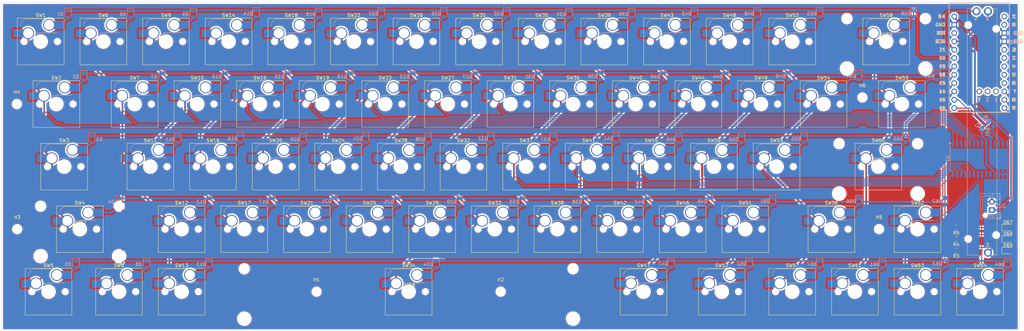
<source format=kicad_pcb>
(kicad_pcb (version 20241229) (generator "pcbnew") (generator_version "9.0")
  (layers (0 "F.Cu" signal) (2 "B.Cu" signal) (13 "F.Paste" user) (15 "B.Paste" user) (5 "F.SilkS" user "F.Silkscreen") (7 "B.SilkS" user "B.Silkscreen") (1 "F.Mask" user) (3 "B.Mask" user) (25 "Edge.Cuts" user))
  (net 0 "")
  (net 1 "Net-(D1-A)")
  (net 2 "ROW1")
  (net 3 "ROW2")
  (net 4 "Net-(D2-A)")
  (net 5 "Net-(D3-A)")
  (net 6 "ROW3")
  (net 7 "Net-(D4-A)")
  (net 8 "ROW4")
  (net 9 "Net-(D5-A)")
  (net 10 "ROW5")
  (net 11 "Net-(D6-A)")
  (net 12 "Net-(D7-A)")
  (net 13 "Net-(D8-A)")
  (net 14 "Net-(D9-A)")
  (net 15 "Net-(D10-A)")
  (net 16 "Net-(D11-A)")
  (net 17 "Net-(D12-A)")
  (net 18 "Net-(D13-A)")
  (net 19 "Net-(D14-A)")
  (net 20 "Net-(D15-A)")
  (net 21 "Net-(D16-A)")
  (net 22 "Net-(D17-A)")
  (net 23 "Net-(D18-A)")
  (net 24 "Net-(D19-A)")
  (net 25 "Net-(D20-A)")
  (net 26 "Net-(D21-A)")
  (net 27 "Net-(D22-A)")
  (net 28 "Net-(D23-A)")
  (net 29 "Net-(D24-A)")
  (net 30 "Net-(D25-A)")
  (net 31 "Net-(D26-A)")
  (net 32 "Net-(D27-A)")
  (net 33 "Net-(D28-A)")
  (net 34 "Net-(D29-A)")
  (net 35 "Net-(D30-A)")
  (net 36 "Net-(D31-A)")
  (net 37 "Net-(D32-A)")
  (net 38 "Net-(D33-A)")
  (net 39 "Net-(D34-A)")
  (net 40 "Net-(D35-A)")
  (net 41 "Net-(D36-A)")
  (net 42 "Net-(D37-A)")
  (net 43 "Net-(D38-A)")
  (net 44 "Net-(D39-A)")
  (net 45 "Net-(D40-A)")
  (net 46 "Net-(D41-A)")
  (net 47 "Net-(D42-A)")
  (net 48 "Net-(D43-A)")
  (net 49 "Net-(D44-A)")
  (net 50 "Net-(D45-A)")
  (net 51 "Net-(D46-A)")
  (net 52 "Net-(D47-A)")
  (net 53 "Net-(D48-A)")
  (net 54 "Net-(D49-A)")
  (net 55 "Net-(D50-A)")
  (net 56 "Net-(D51-A)")
  (net 57 "Net-(D52-A)")
  (net 58 "Net-(D53-A)")
  (net 59 "Net-(D54-A)")
  (net 60 "Net-(D55-A)")
  (net 61 "Net-(D56-A)")
  (net 62 "Net-(D57-A)")
  (net 63 "Net-(D58-A)")
  (net 64 "Net-(D59-A)")
  (net 65 "Net-(D60-A)")
  (net 66 "Net-(D61-A)")
  (net 67 "Net-(D62-A)")
  (net 68 "Net-(D63-A)")
  (net 69 "3V3")
  (net 70 "SDA")
  (net 71 "SCK")
  (net 72 "COL1")
  (net 73 "COL2")
  (net 74 "COL3")
  (net 75 "COL4")
  (net 76 "COL5")
  (net 77 "COL6")
  (net 78 "COL7")
  (net 79 "COL8")
  (net 80 "COL9")
  (net 81 "COL10")
  (net 82 "COL11")
  (net 83 "COL12")
  (net 84 "COL13")
  (net 85 "COL14")
  (net 86 "COL15")
  (net 87 "COL16")
  (net 88 "GND")
  (net 91 "Net-(D65-K)")
  (net 92 "LED_R")
  (net 95 "LED_G")
  (net 97 "Net-(D66-K)")
  (net 98 "POT")
  (net 107 "Net-(D64-A)")
  (net 109 "Net-(D67-K)")
  (net 110 "LED_Y")
  (net 111 "BAT")
  (footprint "ScottoKeebs_Hotswap:Hotswap_MX_Plated_1.00u" (layer "F.Cu") (at 102.39375 150.01875)
    (property "Reference" "SW13")
    (property "Value" "SW_Push_45deg")
  )
  (footprint "ScottoKeebs_Hotswap:Hotswap_MX_Plated_1.00u" (layer "F.Cu") (at 216.69375 130.96875)
    (property "Reference" "SW38")
    (property "Value" "SW_Push_45deg")
  )
  (footprint "ScottoKeebs_Hotswap:Hotswap_MX_Plated_1.00u" (layer "F.Cu") (at 145.25625 92.86875)
    (property "Reference" "SW19")
    (property "Value" "SW_Push_45deg")
  )
  (footprint "ScottoKeebs_Hotswap:Hotswap_MX_Plated_1.00u" (layer "F.Cu") (at 278.60625 92.86875)
    (property "Reference" "SW49")
    (property "Value" "SW_Push_45deg")
  )
  (footprint "ScottoKeebs_Stabilizer:Stabilizer_MX_2.00u" (layer "F.Cu") (at 314.325 111.91875)
    (property "Reference" "SW65")
    (property "Value" "Switch")
  )
  (footprint "ScottoKeebs_Hotswap:Hotswap_MX_Plated_1.00u" (layer "F.Cu") (at 221.45625 92.86875)
    (property "Reference" "SW36")
    (property "Value" "SW_Push_45deg")
  )
  (footprint "ScottoKeebs_Hotswap:Hotswap_MX_Plated_2.00u" (layer "F.Cu") (at 316.70625 73.81875)
    (property "Reference" "SW58")
    (property "Value" "SW_Push_45deg")
  )
  (footprint "ScottoKeebs_Hotswap:Hotswap_MX_Plated_1.00u" (layer "F.Cu") (at 240.50625 92.86875)
    (property "Reference" "SW40")
    (property "Value" "SW_Push_45deg")
  )
  (footprint "ScottoKeebs_Hotswap:Hotswap_MX_Plated_1.00u" (layer "F.Cu") (at 107.15625 92.86875)
    (property "Reference" "SW10")
    (property "Value" "SW_Push_45deg")
  )
  (footprint "ScottoKeebs_Stabilizer:Stabilizer_MX_2.00u" (layer "F.Cu") (at 316.70625 73.81875)
    (property "Reference" "SW66")
    (property "Value" "Switch")
  )
  (footprint "ScottoKeebs_Hotswap:Hotswap_MX_Plated_1.50u" (layer "F.Cu") (at 64.29375 92.86875)
    (property "Reference" "SW2")
    (property "Value" "SW_Push_45deg")
  )
  (footprint "LED_SMD:LED_0805_2012Metric_Pad1.15x1.40mm_HandSolder" (layer "F.Cu") (at 353.75 134)
    (property "Reference" "D66")
    (property "Value" "GREEN")
  )
  (footprint "ScottoKeebs_Hotswap:Hotswap_MX_Plated_1.00u" (layer "F.Cu") (at 183.35625 92.86875)
    (property "Reference" "SW27")
    (property "Value" "SW_Push_45deg")
  )
  (footprint "ScottoKeebs_Miscellaneous:Sliding_Pot" (layer "F.Cu") (at 345.9125 101.3625)
    (property "Reference" "RV1")
    (property "Value" "R_Potentiometer")
  )
  (footprint "ScottoKeebs_Hotswap:Hotswap_MX_Plated_1.00u" (layer "F.Cu") (at 140.49375 130.96875)
    (property "Reference" "SW21")
    (property "Value" "SW_Push_45deg")
  )
  (footprint "ScottoKeebs_Hotswap:Hotswap_MX_Plated_2.25u" (layer "F.Cu") (at 314.325 111.91875)
    (property "Reference" "SW60")
    (property "Value" "SW_Push_45deg")
  )
  (footprint "MountingHole:MountingHole_2.7mm_M2.5" (layer "F.Cu") (at 314.5375 130.96875)
    (property "Reference" "H5")
    (property "Value" "MountingHole")
  )
  (footprint "ScottoKeebs_Hotswap:Hotswap_MX_Plated_1.00u" (layer "F.Cu") (at 188.11875 111.91875)
    (property "Reference" "SW32")
    (property "Value" "SW_Push_45deg")
  )
  (footprint "ScottoKeebs_Hotswap:Hotswap_MX_Plated_1.00u" (layer "F.Cu") (at 307.18125 150.01875)
    (property "Reference" "SW61")
    (property "Value" "SW_Push_45deg")
  )
  (footprint "ScottoKeebs_Hotswap:Hotswap_MX_Plated_1.00u" (layer "F.Cu") (at 121.44375 130.96875)
    (property "Reference" "SW17")
    (property "Value" "SW_Push_45deg")
  )
  (footprint "ScottoKeebs_Hotswap:Hotswap_MX_Plated_1.25u" (layer "F.Cu") (at 61.9125 150.01875)
    (property "Reference" "SW5")
    (property "Value" "SW_Push_45deg")
  )
  (footprint "ScottoKeebs_Hotswap:Hotswap_MX_Plated_1.00u" (layer "F.Cu") (at 102.39375 130.96875)
    (property "Reference" "SW12")
    (property "Value" "SW_Push_45deg")
  )
  (footprint "ScottoKeebs_Hotswap:Hotswap_MX_Plated_1.00u" (layer "F.Cu") (at 88.10625 92.86875)
    (property "Reference" "SW7")
    (property "Value" "SW_Push_45deg")
  )
  (footprint "Resistor_SMD:R_0805_2012Metric_Pad1.20x1.40mm_HandSolder" (layer "F.Cu") (at 338 134 180)
    (property "Reference" "R4")
    (property "Value" "Resistor")
  )
  (footprint "ScottoKeebs_Hotswap:Hotswap_MX_Plated_1.75u" (layer "F.Cu") (at 300.0375 130.96875)
    (property "Reference" "SW56")
    (property "Value" "SW_Push_45deg")
  )
  (footprint "ScottoKeebs_Hotswap:Hotswap_MX_Plated_2.25u" (layer "F.Cu") (at 71.4375 130.96875)
    (property "Reference" "SW4")
    (property "Value" "SW_Push_45deg")
  )
  (footprint "ScottoKeebs_Hotswap:Hotswap_MX_Plated_1.00u" (layer "F.Cu") (at 78.58125 73.81875)
    (property "Reference" "SW6")
    (property "Value" "SW_Push_45deg")
  )
  (footprint "ScottoKeebs_Hotswap:Hotswap_MX_Plated_1.00u" (layer "F.Cu") (at 211.93125 73.81875)
    (property "Reference" "SW35")
    (property "Value" "SW_Push_45deg")
  )
  (footprint "ScottoKeebs_Hotswap:Hotswap_MX_Plated_1.00u" (layer "F.Cu") (at 250.03125 73.81875)
    (property "Reference" "SW43")
    (property "Value" "SW_Push_45deg")
  )
  (footprint "ScottoKeebs_Hotswap:Hotswap_MX_Plated_1.00u" (layer "F.Cu") (at 288.13125 73.81875)
    (property "Reference" "SW53")
    (property "Value" "SW_Push_45deg")
  )
  (footprint "ScottoKeebs_Hotswap:Hotswap_MX_Plated_1.00u" (layer "F.Cu") (at 254.79375 130.96875)
    (property "Reference" "SW46")
    (property "Value" "SW_Push_45deg")
  )
  (footprint "ScottoKeebs_Hotswap:Hotswap_MX_Plated_1.00u" (layer "F.Cu") (at 135.73125 73.81875)
    (property "Reference" "SW18")
    (property "Value" "SW_Push_45deg")
  )
  (footprint "MountingHole:MountingHole_2.7mm_M2.5" (layer "F.Cu") (at 52.29375 92.86875)
    (property "Reference" "H4")
    (property "Value" "MountingHole")
  )
  (footprint "ScottoKeebs_Hotswap:Hotswap_MX_Plated_1.25u" (layer "F.Cu") (at 242.8875 150.01875)
    (property "Reference" "SW47")
    (property "Value" "SW_Push_45deg")
  )
  (footprint "ScottoKeebs_Hotswap:Hotswap_MX_Plated_1.00u" (layer "F.Cu") (at 116.68125 73.81875)
    (property "Reference" "SW14")
    (property "Value" "SW_Push_45deg")
  )
  (footprint "ScottoKeebs_Hotswap:Hotswap_MX_Plated_1.00u" (layer "F.Cu") (at 164.30625 92.86875)
    (property "Reference" "SW23")
    (property "Value" "SW_Push_45deg")
  )
  (footprint "ScottoKeebs_Hotswap:Hotswap_MX_Plated_1.00u" (layer "F.Cu") (at 150.01875 111.91875)
    (property "Reference" "SW24")
    (property "Value" "SW_Push_45deg")
  )
  (footprint "ScottoKeebs_Hotswap:Hotswap_MX_Plated_1.00u" (layer "F.Cu") (at 154.78125 73.81875)
    (property "Reference" "SW22")
    (property "Value" "SW_Push_45deg")
  )
  (footprint "MountingHole:MountingHole_2.7mm_M2.5" (layer "F.Cu") (at 52.3875 130.96875)
    (property "Reference" "H3")
    (property "Value" "MountingHole")
  )
  (footprint "LED_SMD:LED_0805_2012Metric_Pad1.15x1.40mm_HandSolder" (layer "F.Cu") (at 353.75 137.5)
    (property "Reference" "D65")
    (property "Value" "RED")
  )
  (footprint "ScottoKeebs_Hotswap:Hotswap_MX_Plated_1.00u" (layer "F.Cu") (at 264.31875 111.91875)
    (property "Reference" "SW50")
    (property "Value" "SW_Push_45deg")
  )
  (footprint "ScottoKeebs_Hotswap:Hotswap_MX_Plated_1.00u" (layer "F.Cu") (at 259.55625 92.86875)
    (property "Reference" "SW44")
    (property "Value" "SW_Push_45deg")
  )
  (footprint "ScottoKeebs_Hotswap:Hotswap_MX_Plated_1.00u" (layer "F.Cu") (at 326.23125 130.96875)
    (property "Reference" "SW62")
    (property "Value" "SW_Push_45deg")
  )
  (footprint "ScottoKeebs_Hotswap:Hotswap_MX_Plated_1.00u" (layer "F.Cu") (at 207.16875 111.91875)
    (property "Reference" "SW37")
    (property "Value" "SW_Push_45deg")
  )
  (footprint "ScottoKeebs_Hotswap:Hotswap_MX_Plated_1.25u" (layer "F.Cu") (at 266.7 150.01875)
    (property "Reference" "SW52")
    (property "Value" "SW_Push_45deg")
  )
  (footprint "ScottoKeebs_Hotswap:Hotswap_MX_Plated_1.00u" (layer "F.Cu") (at 130.96875 111.91875)
    (property "Reference" "SW20")
    (property "Value" "SW_Push_45deg")
  )
  (footprint "ScottoKeebs_Hotswap:Hotswap_MX_Plated_1.00u" (layer "F.Cu") (at 297.65625 92.86875)
    (property "Reference" "SW54")
    (property "Value" "SW_Push_45deg")
  )
  (footprint "ScottoKeebs_Hotswap:Hotswap_MX_Plated_1.00u" (layer "F.Cu") (at 173.83125 73.81875)
    (property "Reference" "SW26")
    (property "Value" "SW_Push_45deg")
  )
  (footprint "ScottoKeebs_Hotswap:Hotswap_MX_Plated_1.00u" (layer "F.Cu") (at 283.36875 111.91875)
    (property "Reference" "SW55")
    (property "Value" "SW_Push_45deg")
  )
  (footprint "ScottoKeebs_Stabilizer:Stabilizer_MX_2.00u" (layer "F.Cu") (at 71.4375 130.96875)
    (property "Reference" "SW67")
    (property "Value" "Switch")
  )
  (footprint "ScottoKeebs_Stabilizer:Stabilizer_MX_6.25u" (layer "F.Cu") (at 171.45 150.01875)
    (property "Reference" "SW68")
    (property "Value" "Switch")
  )
  (footprint "ScottoKeebs_Hotswap:Hotswap_MX_Plated_1.00u" (layer "F.Cu") (at 226.21875 111.91875)
    (property "Reference" "SW41")
    (property "Value" "SW_Push_45deg")
  )
  (footprint "ScottoKeebs_Hotswap:Hotswap_MX_Plated_1.00u" (layer "F.Cu") (at 245.26875 111.91875)
    (property "Reference" "SW45")
    (property "Value" "SW_Push_45deg")
  )
  (footprint "ScottoKeebs_Hotswap:Hotswap_MX_Plated_1.00u" (layer "F.Cu") (at 192.88125 73.81875)
    (property "Reference" "SW30")
    (property "Value" "SW_Push_45deg")
  )
  (footprint "ScottoKeebs_Hotswap:Hotswap_MX_Plated_1.00u" (layer "F.Cu") (at 169.06875 111.91875)
    (property "Reference" "SW28")
    (property "Value" "SW_Push_45deg")
  )
  (footprint "MountingHole:MountingHole_2.7mm_M2.5" (layer "F.Cu") (at 199.45 150.01875)
    (property "Reference" "H2")
    (property "Value" "MountingHole")
  )
  (footprint "ScottoKeebs_Hotswap:Hotswap_MX_Plated_1.00u" (layer "F.Cu") (at 126.20625 92.86875)
    (property "Reference" "SW15")
    (property "Value" "SW_Push_45deg")
  )
  (footprint "ScottoKeebs_Hotswap:Hotswap_MX_Plated_1.00u" (layer "F.Cu") (at 345.28125 150.01875)
    (property "Reference" "SW64")
    (property "Value" "SW_Push_45deg")
  )
  (footprint "ScottoKeebs_Hotswap:Hotswap_MX_Plated_1.00u" (layer "F.Cu") (at 202.40625 92.86875)
    (property "Reference" "SW31")
    (property "Value" "SW_Push_45deg")
  )
  (footprint "ScottoKeebs_Hotswap:Hotswap_MX_Plated_1.00u" (layer "F.Cu") (at 111.91875 111.91875)
    (property "Reference" "SW16")
    (property "Value" "SW_Push_45deg")
  )
  (footprint "ScottoKeebs_Hotswap:Hotswap_MX_Plated_1.75u" (layer "F.Cu") (at 66.675 111.91875)
    (property "Reference" "SW3")
    (property "Value" "SW_Push_45deg")
  )
  (footprint "LED_SMD:LED_0805_2012Metric_Pad1.15x1.40mm_HandSolder" (layer "F.Cu") (at 353.75 130.5)
    (property "Reference" "D67")
    (property "Value" "YELLOW")
  )
  (footprint "ScottoKeebs_Hotswap:Hotswap_MX_Plated_1.00u" (layer "F.Cu") (at 197.64375 130.96875)
    (property "Reference" "SW33")
    (property "Value" "SW_Push_45deg")
  )
  (footprint "ScottoKeebs_Hotswap:Hotswap_MX_Plated_1.50u" (layer "F.Cu") (at 321.46875 92.86875)
    (property "Reference" "SW59")
    (property "Value" "SW_Push_45deg")
  )
  (footprint "ScottoKeebs_Hotswap:Hotswap_MX_Plated_1.00u" (layer "F.Cu") (at 326.23125 150.01875)
    (property "Reference" "SW63")
    (property "Value" "SW_Push_45deg")
  )
  (footprint "ScottoKeebs_Hotswap:Hotswap_MX_Plated_6.25u" (layer "F.Cu") (at 171.45 150.01875)
    (property "Reference" "SW34")
    (property "Value" "SW_Push_45deg")
  )
  (footprint "Resistor_SMD:R_0805_2012Metric_Pad1.20x1.40mm_HandSolder" (layer "F.Cu") (at 338 130.5 180)
    (property "Reference" "R5")
    (property "Value" "Resistor")
  )
  (footprint "ScottoKeebs_Hotswap:Hotswap_MX_Plated_1.00u" (layer "F.Cu") (at 92.86875 111.91875)
    (property "Reference" "SW11")
    (property "Value" "SW_Push_45deg")
  )
  (footprint "ScottoKeebs_Hotswap:Hotswap_MX_Plated_1.00u" (layer "F.Cu") (at 97.63125 73.81875)
    (property "Reference" "SW9")
    (property "Value" "SW_Push_45deg")
  )
  (footprint "Resistor_SMD:R_0805_2012Metric_Pad1.20x1.40mm_HandSolder" (layer "F.Cu") (at 338 137.5 180)
    (property "Reference" "R3")
    (property "Value" "Resistor")
  )
  (footprint "ScottoKeebs_Hotswap:Hotswap_MX_Plated_1.00u" (layer "F.Cu") (at 235.74375 130.96875)
    (property "Reference" "SW42")
    (property "Value" "SW_Push_45deg")
  )
  (footprint "ScottoKeebs_Hotswap:Hotswap_MX_Plated_1.00u" (layer "F.Cu") (at 273.84375 130.96875)
    (property "Reference" "SW51")
    (property "Value" "SW_Push_45deg")
  )
  (footprint "ScottoKeebs_Hotswap:Hotswap_MX_Plated_1.00u" (layer "F.Cu") (at 83.34375 150.01875)
    (property "Reference" "SW8")
    (property "Value" "SW_Push_45deg")
  )
  (footprint "MountingHole:MountingHole_2.7mm_M2.5" (layer "F.Cu") (at 143.45 150.01875)
    (property "Reference" "H1")
    (property "Value" "MountingHole")
  )
  (footprint "ScottoKeebs_Hotswap:Hotswap_MX_Plated_1.00u" (layer "F.Cu") (at 230.98125 73.81875)
    (property "Reference" "SW39")
    (property "Value" "SW_Push_45deg")
  )
  (footprint "ScottoKeebs_Hotswap:Hotswap_MX_Plated_1.00u" (layer "F.Cu") (at 269.08125 73.81875)
    (property "Reference" "SW48")
    (property "Value" "SW_Push_45deg")
  )
  (footprint "ScottoKeebs_Hotswap:Hotswap_MX_Plated_1.00u" (layer "F.Cu") (at 288.13125 150.01875)
    (property "Reference" "SW57")
    (property "Value" "SW_Push_45deg")
  )
  (footprint "ScottoKeebs_Hotswap:Hotswap_MX_Plated_1.00u" (layer "F.Cu") (at 178.59375 130.96875)
    (property "Reference" "SW29")
    (property "Value" "SW_Push_45deg")
  )
  (footprint "ScottoKeebs_Hotswap:Hotswap_MX_Plated_1.00u" (layer "F.Cu") (at 159.54375 130.96875)
    (property "Reference" "SW25")
    (property "Value" "SW_Push_45deg")
  )
  (footprint "MountingHole:MountingHole_2.7mm_M2.5" (layer "F.Cu") (at 309.46875 90.86875)
    (property "Reference" "H6")
    (property "Value" "MountingHole")
  )
  (footprint "ScottoKeebs_Hotswap:Hotswap_MX_Plated_1.00u" (layer "F.Cu") (at 59.53125 73.81875)
    (property "Reference" "SW1")
    (property "Value" "SW_Push_45deg")
  )
  (footprint "Diode_SMD:D_0805_2012Metric_Pad1.15x1.40mm_HandSolder" (layer "B.Cu") (at 296.465625 141.684375 -90)
    (property "Reference" "D57")
    (property "Value" "Diode")
  )
  (footprint "Diode_SMD:D_0805_2012Metric_Pad1.15x1.40mm_HandSolder" (layer "B.Cu") (at 334.565625 122.46875 -90)
    (property "Reference" "D62")
    (property "Value" "Diode")
  )
  (footprint "Diode_SMD:D_0805_2012Metric_Pad1.15x1.40mm_HandSolder" (layer "B.Cu") (at 322.659375 103.41875 -90)
    (property "Reference" "D60")
    (property "Value" "Diode")
  )
  (footprint "Diode_SMD:D_0805_2012Metric_Pad1.15x1.40mm_HandSolder" (layer "B.Cu") (at 205.978125 122.634375 -90)
    (property "Reference" "D33")
    (property "Value" "Diode")
  )
  (footprint "Resistor_SMD:R_0805_2012Metric_Pad1.20x1.40mm_HandSolder" (layer "B.Cu") (at 348.6 98.91 135)
    (property "Reference" "R1")
    (property "Value" "4K7")
  )
  (footprint "Diode_SMD:D_0805_2012Metric_Pad1.15x1.40mm_HandSolder" (layer "B.Cu") (at 72.628125 84.534375 -90)
    (property "Reference" "D2")
    (property "Value" "Diode")
  )
  (footprint "Resistor_SMD:R_0805_2012Metric_Pad1.20x1.40mm_HandSolder" (layer "B.Cu") (at 346.44 101.01 135)
    (property "Reference" "R2")
    (property "Value" "4K7")
  )
  (footprint "Diode_SMD:D_0805_2012Metric_Pad1.15x1.40mm_HandSolder" (layer "B.Cu") (at 258.365625 65.31875 -90)
    (property "Reference" "D43")
    (property "Value" "Diode")
  )
  (footprint "Diode_SMD:D_0805_2012Metric_Pad1.15x1.40mm_HandSolder" (layer "B.Cu") (at 334.565625 141.51875 -90)
    (property "Reference" "D63")
    (property "Value" "Diode")
  )
  (footprint "Diode_SMD:D_0805_2012Metric_Pad1.15x1.40mm_HandSolder" (layer "B.Cu") (at 182.165625 65.31875 -90)
    (property "Reference" "D26")
    (property "Value" "Diode")
  )
  (footprint "Diode_SMD:D_0805_2012Metric_Pad1.15x1.40mm_HandSolder" (layer "B.Cu") (at 129.778125 122.634375 -90)
    (property "Reference" "D17")
    (property "Value" "Diode")
  )
  (footprint "Diode_SMD:D_0805_2012Metric_Pad1.15x1.40mm_HandSolder" (layer "B.Cu") (at 275.034375 141.51875 -90)
    (property "Reference" "D52")
    (property "Value" "Diode")
  )
  (footprint "Diode_SMD:D_0805_2012Metric_Pad1.15x1.40mm_HandSolder" (layer "B.Cu") (at 229.790625 84.36875 -90)
    (property "Reference" "D36")
    (property "Value" "Diode")
  )
  (footprint "Diode_SMD:D_0805_2012Metric_Pad1.15x1.40mm_HandSolder" (layer "B.Cu") (at 201.215625 65.31875 -90)
    (property "Reference" "D30")
    (property "Value" "Diode")
  )
  (footprint "Diode_SMD:D_0805_2012Metric_Pad1.15x1.40mm_HandSolder" (layer "B.Cu") (at 332.184375 84.36875 -90)
    (property "Reference" "D59")
    (property "Value" "Diode")
  )
  (footprint "Diode_SMD:D_0805_2012Metric_Pad1.15x1.40mm_HandSolder" (layer "B.Cu") (at 308.371875 84.36875 -90)
    (property "Reference" "D54")
    (property "Value" "Diode")
  )
  (footprint "Diode_SMD:D_0805_2012Metric_Pad1.15x1.40mm_HandSolder" (layer "B.Cu") (at 110.728125 141.684375 -90)
    (property "Reference" "D13")
    (property "Value" "Diode")
  )
  (footprint "Diode_SMD:D_0805_2012Metric_Pad1.15x1.40mm_HandSolder" (layer "B.Cu") (at 234.553125 103.41875 -90)
    (property "Reference" "D41")
    (property "Value" "Diode")
  )
  (footprint "Diode_SMD:D_0805_2012Metric_Pad1.15x1.40mm_HandSolder" (layer "B.Cu") (at 96.440625 84.534375 -90)
    (property "Reference" "D7")
    (property "Value" "Diode")
  )
  (footprint "Diode_SMD:D_0805_2012Metric_Pad1.15x1.40mm_HandSolder" (layer "B.Cu") (at 215.503125 103.584375 -90)
    (property "Reference" "D37")
    (property "Value" "Diode")
  )
  (footprint "Diode_SMD:D_0805_2012Metric_Pad1.15x1.40mm_HandSolder" (layer "B.Cu") (at 83.34375 122.634375 -90)
    (property "Reference" "D4")
    (property "Value" "Diode")
  )
  (footprint "Diode_SMD:D_0805_2012Metric_Pad1.15x1.40mm_HandSolder" (layer "B.Cu") (at 177.403125 103.584375 -90)
    (property "Reference" "D28")
    (property "Value" "Diode")
  )
  (footprint "Diode_SMD:D_0805_2012Metric_Pad1.15x1.40mm_HandSolder" (layer "B.Cu") (at 191.690625 84.534375 -90)
    (property "Reference" "D27")
    (property "Value" "Diode")
  )
  (footprint "Diode_SMD:D_0805_2012Metric_Pad1.15x1.40mm_HandSolder" (layer "B.Cu") (at 296.465625 65.31875 -90)
    (property "Reference" "D53")
    (property "Value" "Diode")
  )
  (footprint "Diode_SMD:D_0805_2012Metric_Pad1.15x1.40mm_HandSolder" (layer "B.Cu") (at 244.078125 122.634375 -90)
    (property "Reference" "D42")
    (property "Value" "Diode")
  )
  (footprint "Diode_SMD:D_0805_2012Metric_Pad1.15x1.40mm_HandSolder" (layer "B.Cu") (at 120.253125 103.41875 -90)
    (property "Reference" "D16")
    (property "Value" "Diode")
  )
  (footprint "Diode_SMD:D_0805_2012Metric_Pad1.15x1.40mm_HandSolder" (layer "B.Cu") (at 139.303125 103.584375 -90)
    (property "Reference" "D20")
    (property "Value" "Diode")
  )
  (footprint "Diode_SMD:D_0805_2012Metric_Pad1.15x1.40mm_HandSolder" (layer "B.Cu") (at 91.678125 141.684375 -90)
    (property "Reference" "D8")
    (property "Value" "Diode")
  )
  (footprint "Diode_SMD:D_0805_2012Metric_Pad1.15x1.40mm_HandSolder" (layer "B.Cu") (at 277.415625 65.31875 -90)
    (property "Reference" "D48")
    (property "Value" "Diode")
  )
  (footprint "ScottoKeebs_MCU:Nice_Nano_V2" (layer "B.Cu") (at 345.02 79.84 180)
    (property "Reference" "U1" (hide yes))
    (property "Value" "Nice_Nano_V2" (hide yes))
  )
  (footprint "Diode_SMD:D_0805_2012Metric_Pad1.15x1.40mm_HandSolder" (layer "B.Cu") (at 263.128125 122.46875 -90)
    (property "Reference" "D46")
    (property "Value" "Diode")
  )
  (footprint "Diode_SMD:D_0805_2012Metric_Pad1.15x1.40mm_HandSolder" (layer "B.Cu") (at 325.040625 65.31875 -90)
    (property "Reference" "D58")
    (property "Value" "Diode")
  )
  (footprint "Diode_SMD:D_0805_2012Metric_Pad1.15x1.40mm_HandSolder" (layer "B.Cu") (at 286.940625 84.36875 -90)
    (property "Reference" "D49")
    (property "Value" "Diode")
  )
  (footprint "Diode_SMD:D_0805_2012Metric_Pad1.15x1.40mm_HandSolder" (layer "B.Cu") (at 353.615625 141.684375 -90)
    (property "Reference" "D64")
    (property "Value" "Diode")
  )
  (footprint "Diode_SMD:D_0805_2012Metric_Pad1.15x1.40mm_HandSolder" (layer "B.Cu") (at 272.653125 103.584375 -90)
    (property "Reference" "D50")
    (property "Value" "Diode")
  )
  (footprint "Diode_SMD:D_0805_2012Metric_Pad1.15x1.40mm_HandSolder" (layer "B.Cu") (at 308.371875 122.46875 -90)
    (property "Reference" "D56")
    (property "Value" "Diode")
  )
  (footprint "Diode_SMD:D_0805_2012Metric_Pad1.15x1.40mm_HandSolder" (layer "B.Cu") (at 248.840625 84.534375 -90)
    (property "Reference" "D40")
    (property "Value" "Diode")
  )
  (footprint "Diode_SMD:D_0805_2012Metric_Pad1.15x1.40mm_HandSolder" (layer "B.Cu") (at 105.965625 65.484375 -90)
    (property "Reference" "D9")
    (property "Value" "Diode")
  )
  (footprint "Diode_SMD:D_0805_2012Metric_Pad1.15x1.40mm_HandSolder" (layer "B.Cu") (at 115.490625 84.534375 -90)
    (property "Reference" "D10")
    (property "Value" "Diode")
  )
  (footprint "Diode_SMD:D_0805_2012Metric_Pad1.15x1.40mm_HandSolder" (layer "B.Cu") (at 67.865625 65.484375 -90)
    (property "Reference" "D1")
    (property "Value" "Diode")
  )
  (footprint "Diode_SMD:D_0805_2012Metric_Pad1.15x1.40mm_HandSolder" (layer "B.Cu") (at 179.784375 141.684375 -90)
    (property "Reference" "D34")
    (property "Value" "Diode")
  )
  (footprint "Diode_SMD:D_0805_2012Metric_Pad1.15x1.40mm_HandSolder" (layer "B.Cu") (at 163.115625 65.31875 -90)
    (property "Reference" "D22")
    (property "Value" "Diode")
  )
  (footprint "Diode_SMD:D_0805_2012Metric_Pad1.15x1.40mm_HandSolder" (layer "B.Cu") (at 148.828125 122.46875 -90)
    (property "Reference" "D21")
    (property "Value" "Diode")
  )
  (footprint "Diode_SMD:D_0805_2012Metric_Pad1.15x1.40mm_HandSolder" (layer "B.Cu") (at 110.728125 122.634375 -90)
    (property "Reference" "D12")
    (property "Value" "Diode")
  )
  (footprint "Diode_SMD:D_0805_2012Metric_Pad1.15x1.40mm_HandSolder" (layer "B.Cu") (at 172.640625 84.534375 -90)
    (property "Reference" "D23")
    (property "Value" "Diode")
  )
  (footprint "Package_SO:SOIC-28W_7.5x17.9mm_P1.27mm" (layer "B.Cu") (at 345.28125 109.5375 -90)
    (property "Reference" "U2")
    (property "Value" "MCP23017_SO")
  )
  (footprint "Diode_SMD:D_0805_2012Metric_Pad1.15x1.40mm_HandSolder" (layer "B.Cu") (at 134.540625 84.534375 -90)
    (property "Reference" "D15")
    (property "Value" "Diode")
  )
  (footprint "Diode_SMD:D_0805_2012Metric_Pad1.15x1.40mm_HandSolder" (layer "B.Cu") (at 125.015625 65.31875 -90)
    (property "Reference" "D14")
    (property "Value" "Diode")
  )
  (footprint "Diode_SMD:D_0805_2012Metric_Pad1.15x1.40mm_HandSolder" (layer "B.Cu") (at 282.178125 122.46875 -90)
    (property "Reference" "D51")
    (property "Value" "Diode")
  )
  (footprint "Diode_SMD:D_0805_2012Metric_Pad1.15x1.40mm_HandSolder" (layer "B.Cu") (at 210.740625 84.534375 -90)
    (property "Reference" "D31")
    (property "Value" "Diode")
  )
  (footprint "Diode_SMD:D_0805_2012Metric_Pad1.15x1.40mm_HandSolder" (layer "B.Cu") (at 253.603125 103.584375 -90)
    (property "Reference" "D45")
    (property "Value" "Diode")
  )
  (footprint "Diode_SMD:D_0805_2012Metric_Pad1.15x1.40mm_HandSolder" (layer "B.Cu") (at 75.009375 103.584375 -90)
    (property "Reference" "D3")
    (property "Value" "Diode")
  )
  (footprint "Diode_SMD:D_0805_2012Metric_Pad1.15x1.40mm_HandSolder" (layer "B.Cu") (at 86.915625 65.484375 -90)
    (property "Reference" "D6")
    (property "Value" "Diode")
  )
  (footprint "Diode_SMD:D_0805_2012Metric_Pad1.15x1.40mm_HandSolder" (layer "B.Cu") (at 251.221875 141.51875 -90)
    (property "Reference" "D47")
    (property "Value" "Diode")
  )
  (footprint "Diode_SMD:D_0805_2012Metric_Pad1.15x1.40mm_HandSolder" (layer "B.Cu") (at 225.028125 122.634375 -90)
    (property "Reference" "D38")
    (property "Value" "Diode")
  )
  (footprint "Diode_SMD:D_0805_2012Metric_Pad1.15x1.40mm_HandSolder" (layer "B.Cu") (at 220.265625 65.484375 -90)
    (property "Reference" "D35")
    (property "Value" "Diode")
  )
  (footprint "Diode_SMD:D_0805_2012Metric_Pad1.15x1.40mm_HandSolder" (layer "B.Cu") (at 101.203125 103.584375 -90)
    (property "Reference" "D11")
    (property "Value" "Diode")
  )
  (footprint "Diode_SMD:D_0805_2012Metric_Pad1.15x1.40mm_HandSolder" (layer "B.Cu") (at 186.928125 122.634375 -90)
    (property "Reference" "D29")
    (property "Value" "Diode")
  )
  (footprint "Diode_SMD:D_0805_2012Metric_Pad1.15x1.40mm_HandSolder" (layer "B.Cu") (at 158.353125 103.41875 -90)
    (property "Reference" "D24")
    (property "Value" "Diode")
  )
  (footprint "Diode_SMD:D_0805_2012Metric_Pad1.15x1.40mm_HandSolder" (layer "B.Cu") (at 315.515625 141.684375 -90)
    (property "Reference" "D61")
    (property "Value" "Diode")
  )
  (footprint "Connector_JST:JST_XH_B2B-XH-AM_1x02_P2.50mm_Vertical" (layer "B.Cu") (at 348.853125 125.134375 90)
    (property "Reference" "J1")
    (property "Value" "Battery")
  )
  (footprint "Diode_SMD:D_0805_2012Metric_Pad1.15x1.40mm_HandSolder" (layer "B.Cu") (at 239.315625 65.484375 -90)
    (property "Reference" "D39")
    (property "Value" "Diode")
  )
  (footprint "Diode_SMD:D_0805_2012Metric_Pad1.15x1.40mm_HandSolder" (layer "B.Cu") (at 70.246875 141.684375 -90)
    (property "Reference" "D5")
    (property "Value" "Diode")
  )
  (footprint "Diode_SMD:D_0805_2012Metric_Pad1.15x1.40mm_HandSolder" (layer "B.Cu") (at 167.878125 122.634375 -90)
    (property "Reference" "D25")
    (property "Value" "Diode")
  )
  (footprint "Diode_SMD:D_0805_2012Metric_Pad1.15x1.40mm_HandSolder" (layer "B.Cu") (at 144.065625 65.484375 -90)
    (property "Reference" "D18")
    (property "Value" "Diode")
  )
  (footprint "Diode_SMD:D_0805_2012Metric_Pad1.15x1.40mm_HandSolder" (layer "B.Cu") (at 196.453125 103.41875 -90)
    (property "Reference" "D32")
    (property "Value" "Diode")
  )
  (footprint "Diode_SMD:D_0805_2012Metric_Pad1.15x1.40mm_HandSolder" (layer "B.Cu") (at 291.703125 103.41875 -90)
    (property "Reference" "D55")
    (property "Value" "Diode")
  )
  (footprint "Diode_SMD:D_0805_2012Metric_Pad1.15x1.40mm_HandSolder" (layer "B.Cu") (at 153.590625 84.534375 -90)
    (property "Reference" "D19")
    (property "Value" "Diode")
  )
  (footprint "Diode_SMD:D_0805_2012Metric_Pad1.15x1.40mm_HandSolder" (layer "B.Cu") (at 267.890625 84.534375 -90)
    (property "Reference" "D44")
    (property "Value" "Diode")
  )
  (gr_rect (start 47.625 61.9125) (end 357.1875 161.925) (stroke (width 0.1)) (fill no) (layer "Edge.Cuts"))
  (segment (start 65.636259 68.738772) (end 67.865625 66.509375) (width 0.5) (layer "B.Cu") (net 1))
  (segment (start 65.636259 68.738772) (end 64.85125 68.73875) (width 0.5) (layer "B.Cu") (net 1))
  (segment (start 325.040625 66.490625) (end 325.040625 64.29375) (width 0.3) (layer "F.Cu") (net 2))
  (via (at 325.040625 64.29375) (size 0.6) (drill 0.3) (layers "F.Cu" "B.Cu") (net 2))
  (segment (start 326.23125 77.390625) (end 326.23125 65.484375) (width 0.3) (layer "B.Cu") (net 2))
  (segment (start 107.487498 64.293745) (end 107.321865 64.459352) (width 0.5) (layer "B.Cu") (net 2))
  (segment (start 326.23125 65.484375) (end 325.040625 64.29375) (width 0.3) (layer "B.Cu") (net 2))
  (segment (start 327.690625 78.85) (end 326.23125 77.390625) (width 0.3) (layer "B.Cu") (net 2))
  (segment (start 107.487498 64.293745) (end 325.040625 64.29375) (width 0.5) (layer "B.Cu") (net 2))
  (segment (start 107.321865 64.459352) (end 67.865625 64.459375) (width 0.5) (layer "B.Cu") (net 2))
  (segment (start 337.4 78.85) (end 327.690625 78.85) (width 0.3) (layer "B.Cu") (net 2))
  (segment (start 191.696656 83.34375) (end 191.57955 83.343769) (width 0.5) (layer "B.Cu") (net 3))
  (segment (start 288.135525 84.53865) (end 286.940625 83.34375) (width 0.5) (layer "B.Cu") (net 3))
  (segment (start 335.44625 83.34375) (end 337.4 81.39) (width 0.5) (layer "B.Cu") (net 3))
  (segment (start 330.989475 84.53865) (end 309.566775 84.53865) (width 0.5) (layer "B.Cu") (net 3))
  (segment (start 332.184375 83.34375) (end 335.44625 83.34375) (width 0.5) (layer "B.Cu") (net 3))
  (segment (start 286.940625 83.34375) (end 191.85625 83.34375) (width 0.5) (layer "B.Cu") (net 3))
  (segment (start 191.413912 83.509364) (end 72.628125 83.509375) (width 0.5) (layer "B.Cu") (net 3))
  (segment (start 309.566775 84.53865) (end 308.371875 83.34375) (width 0.5) (layer "B.Cu") (net 3))
  (segment (start 307.176975 84.53865) (end 288.135525 84.53865) (width 0.5) (layer "B.Cu") (net 3))
  (segment (start 332.184375 83.34375) (end 330.989475 84.53865) (width 0.5) (layer "B.Cu") (net 3))
  (segment (start 308.371875 83.34375) (end 307.176975 84.53865) (width 0.5) (layer "B.Cu") (net 3))
  (segment (start 191.57955 83.343769) (end 191.413912 83.509364) (width 0.5) (layer "B.Cu") (net 3))
  (segment (start 191.85625 83.34375) (end 191.690625 83.509375) (width 0.5) (layer "B.Cu") (net 3))
  (segment (start 70.398759 87.788772) (end 69.61375 87.78875) (width 0.5) (layer "B.Cu") (net 4))
  (segment (start 70.398759 87.788772) (end 72.628125 85.559375) (width 0.5) (layer "B.Cu") (net 4))
  (segment (start 72.780003 106.838757) (end 75.009375 104.609375) (width 0.5) (layer "B.Cu") (net 5))
  (segment (start 72.780003 106.838757) (end 71.995 106.83875) (width 0.5) (layer "B.Cu") (net 5))
  (segment (start 322.659375 98.670625) (end 322.659375 102.39375) (width 0.3) (layer "F.Cu") (net 6))
  (segment (start 337.4 83.93) (end 322.659375 98.670625) (width 0.3) (layer "F.Cu") (net 6))
  (via (at 322.659375 102.39375) (size 0.6) (drill 0.3) (layers "F.Cu" "B.Cu") (net 6))
  (segment (start 322.493749 102.559374) (end 75.009375 102.559375) (width 0.5) (layer "B.Cu") (net 6))
  (segment (start 322.493749 102.559374) (end 322.659375 102.39375) (width 0.5) (layer "B.Cu") (net 6))
  (segment (start 76.7575 125.88875) (end 81.114375 125.88875) (width 0.5) (layer "B.Cu") (net 7))
  (segment (start 77.820039 125.61121) (end 77.542503 125.888757) (width 0.5) (layer "B.Cu") (net 7))
  (segment (start 77.542503 125.888757) (end 76.7575 125.88875) (width 0.5) (layer "B.Cu") (net 7))
  (segment (start 81.114375 125.88875) (end 83.34375 123.659375) (width 0.5) (layer "B.Cu") (net 7))
  (segment (start 333.915625 89.954375) (end 333.915625 121.44375) (width 0.3) (layer "F.Cu") (net 8))
  (segment (start 337.4 86.47) (end 333.915625 89.954375) (width 0.3) (layer "F.Cu") (net 8))
  (via (at 333.915625 121.44375) (size 0.6) (drill 0.3) (layers "F.Cu" "B.Cu") (net 8))
  (segment (start 308.371875 121.44375) (end 307.176975 122.63865) (width 0.5) (layer "B.Cu") (net 8))
  (segment (start 282.178125 121.44375) (end 280.9875 121.44375) (width 0.5) (layer "B.Cu") (net 8))
  (segment (start 333.370725 122.63865) (end 309.566775 122.63865) (width 0.5) (layer "B.Cu") (net 8))
  (segment (start 283.373025 122.63865) (end 282.178125 121.44375) (width 0.5) (layer "B.Cu") (net 8))
  (segment (start 280.821875 121.609375) (end 83.34375 121.609375) (width 0.5) (layer "B.Cu") (net 8))
  (segment (start 280.9875 121.44375) (end 280.821875 121.609375) (width 0.5) (layer "B.Cu") (net 8))
  (segment (start 334.565625 121.44375) (end 333.370725 122.63865) (width 0.5) (layer "B.Cu") (net 8))
  (segment (start 309.566775 122.63865) (end 308.371875 121.44375) (width 0.5) (layer "B.Cu") (net 8))
  (segment (start 307.176975 122.63865) (end 283.373025 122.63865) (width 0.5) (layer "B.Cu") (net 8))
  (segment (start 68.017503 144.938757) (end 67.2325 144.93875) (width 0.5) (layer "B.Cu") (net 9))
  (segment (start 68.017503 144.938757) (end 70.246875 142.709375) (width 0.5) (layer "B.Cu") (net 9))
  (segment (start 337.4 89.01) (end 334.565625 91.844375) (width 0.3) (layer "F.Cu") (net 10))
  (segment (start 334.565625 91.844375) (end 334.565625 140.49375) (width 0.3) (layer "F.Cu") (net 10))
  (via (at 334.565625 140.49375) (size 0.6) (drill 0.3) (layers "F.Cu" "B.Cu") (net 10))
  (segment (start 353.615625 140.659375) (end 70.246875 140.659375) (width 0.5) (layer "B.Cu") (net 10))
  (segment (start 84.686259 68.738772) (end 86.915625 66.509375) (width 0.5) (layer "B.Cu") (net 11))
  (segment (start 84.686259 68.738772) (end 83.90125 68.73875) (width 0.5) (layer "B.Cu") (net 11))
  (segment (start 94.211259 87.788772) (end 93.42625 87.78875) (width 0.5) (layer "B.Cu") (net 12))
  (segment (start 94.211259 87.788772) (end 96.440625 85.559375) (width 0.5) (layer "B.Cu") (net 12))
  (segment (start 89.448759 144.938772) (end 91.678125 142.709375) (width 0.5) (layer "B.Cu") (net 13))
  (segment (start 89.448759 144.938772) (end 88.66375 144.93875) (width 0.5) (layer "B.Cu") (net 13))
  (segment (start 103.736259 68.738772) (end 105.965625 66.509375) (width 0.5) (layer "B.Cu") (net 14))
  (segment (start 103.736259 68.738772) (end 102.95125 68.73875) (width 0.5) (layer "B.Cu") (net 14))
  (segment (start 113.261259 87.788772) (end 112.47625 87.78875) (width 0.5) (layer "B.Cu") (net 15))
  (segment (start 113.261259 87.788772) (end 115.490625 85.559375) (width 0.5) (layer "B.Cu") (net 15))
  (segment (start 98.973759 106.838772) (end 101.203125 104.609375) (width 0.5) (layer "B.Cu") (net 16))
  (segment (start 98.973759 106.838772) (end 98.18875 106.83875) (width 0.5) (layer "B.Cu") (net 16))
  (segment (start 108.498759 125.888772) (end 107.71375 125.88875) (width 0.5) (layer "B.Cu") (net 17))
  (segment (start 108.498759 125.888772) (end 110.728125 123.659375) (width 0.5) (layer "B.Cu") (net 17))
  (segment (start 108.498759 144.938772) (end 110.728125 142.709375) (width 0.5) (layer "B.Cu") (net 18))
  (segment (start 108.498759 144.938772) (end 107.71375 144.93875) (width 0.5) (layer "B.Cu") (net 18))
  (segment (start 122.620629 68.73876) (end 122.00125 68.73875) (width 0.5) (layer "B.Cu") (net 19))
  (segment (start 122.620629 68.73876) (end 125.015625 66.34375) (width 0.5) (layer "B.Cu") (net 19))
  (segment (start 132.311259 87.788772) (end 131.52625 87.78875) (width 0.5) (layer "B.Cu") (net 20))
  (segment (start 132.311259 87.788772) (end 134.540625 85.559375) (width 0.5) (layer "B.Cu") (net 20))
  (segment (start 117.858129 106.83876) (end 120.253125 104.44375) (width 0.5) (layer "B.Cu") (net 21))
  (segment (start 117.858129 106.83876) (end 117.23875 106.83875) (width 0.5) (layer "B.Cu") (net 21))
  (segment (start 127.548759 125.888772) (end 129.778125 123.659375) (width 0.5) (layer "B.Cu") (net 22))
  (segment (start 127.548759 125.888772) (end 126.76375 125.88875) (width 0.5) (layer "B.Cu") (net 22))
  (segment (start 141.836259 68.738772) (end 141.05125 68.73875) (width 0.5) (layer "B.Cu") (net 23))
  (segment (start 141.836259 68.738772) (end 144.065625 66.509375) (width 0.5) (layer "B.Cu") (net 23))
  (segment (start 151.361259 87.788772) (end 150.57625 87.78875) (width 0.5) (layer "B.Cu") (net 24))
  (segment (start 151.361259 87.788772) (end 153.590625 85.559375) (width 0.5) (layer "B.Cu") (net 24))
  (segment (start 137.073759 106.838772) (end 139.303125 104.609375) (width 0.5) (layer "B.Cu") (net 25))
  (segment (start 137.073759 106.838772) (end 136.28875 106.83875) (width 0.5) (layer "B.Cu") (net 25))
  (segment (start 146.433129 125.88876) (end 148.828125 123.49375) (width 0.5) (layer "B.Cu") (net 26))
  (segment (start 146.433129 125.88876) (end 145.81375 125.88875) (width 0.5) (layer "B.Cu") (net 26))
  (segment (start 160.720629 68.73876) (end 163.115625 66.34375) (width 0.5) (layer "B.Cu") (net 27))
  (segment (start 160.720629 68.73876) (end 160.10125 68.73875) (width 0.5) (layer "B.Cu") (net 27))
  (segment (start 170.411259 87.788772) (end 169.62625 87.78875) (width 0.5) (layer "B.Cu") (net 28))
  (segment (start 170.411259 87.788772) (end 172.640625 85.559375) (width 0.5) (layer "B.Cu") (net 28))
  (segment (start 155.958129 106.83876) (end 155.33875 106.83875) (width 0.5) (layer "B.Cu") (net 29))
  (segment (start 155.958129 106.83876) (end 158.353125 104.44375) (width 0.5) (layer "B.Cu") (net 29))
  (segment (start 165.648759 125.888772) (end 167.878125 123.659375) (width 0.5) (layer "B.Cu") (net 30))
  (segment (start 165.648759 125.888772) (end 164.86375 125.88875) (width 0.5) (layer "B.Cu") (net 30))
  (segment (start 179.770629 68.73876) (end 179.15125 68.73875) (width 0.5) (layer "B.Cu") (net 31))
  (segment (start 179.770629 68.73876) (end 182.165625 66.34375) (width 0.5) (layer "B.Cu") (net 31))
  (segment (start 189.461259 87.788772) (end 188.67625 87.78875) (width 0.5) (layer "B.Cu") (net 32))
  (segment (start 189.461259 87.788772) (end 191.690625 85.559375) (width 0.5) (layer "B.Cu") (net 32))
  (segment (start 175.173759 106.838772) (end 177.403125 104.609375) (width 0.5) (layer "B.Cu") (net 33))
  (segment (start 175.173759 106.838772) (end 174.38875 106.83875) (width 0.5) (layer "B.Cu") (net 33))
  (segment (start 184.698759 125.888772) (end 186.928125 123.659375) (width 0.5) (layer "B.Cu") (net 34))
  (segment (start 184.698759 125.888772) (end 183.91375 125.88875) (width 0.5) (layer "B.Cu") (net 34))
  (segment (start 198.820629 68.73876) (end 198.20125 68.73875) (width 0.5) (layer "B.Cu") (net 35))
  (segment (start 198.820629 68.73876) (end 201.215625 66.34375) (width 0.5) (layer "B.Cu") (net 35))
  (segment (start 208.511259 87.788772) (end 210.740625 85.559375) (width 0.5) (layer "B.Cu") (net 36))
  (segment (start 208.511259 87.788772) (end 207.72625 87.78875) (width 0.5) (layer "B.Cu") (net 36))
  (segment (start 194.058129 106.83876) (end 193.43875 106.83875) (width 0.5) (layer "B.Cu") (net 37))
  (segment (start 194.058129 106.83876) (end 196.453125 104.44375) (width 0.5) (layer "B.Cu") (net 37))
  (segment (start 203.748759 125.888772) (end 202.96375 125.88875) (width 0.5) (layer "B.Cu") (net 38))
  (segment (start 203.748759 125.888772) (end 205.978125 123.659375) (width 0.5) (layer "B.Cu") (net 38))
  (segment (start 177.555003 144.938757) (end 179.784375 142.709375) (width 0.5) (layer "B.Cu") (net 39))
  (segment (start 177.555003 144.938757) (end 176.77 144.93875) (width 0.5) (layer "B.Cu") (net 39))
  (segment (start 218.036259 68.738772) (end 220.265625 66.509375) (width 0.5) (layer "B.Cu") (net 40))
  (segment (start 218.036259 68.738772) (end 217.25125 68.73875) (width 0.5) (layer "B.Cu") (net 40))
  (segment (start 227.395629 87.78876) (end 226.77625 87.78875) (width 0.5) (layer "B.Cu") (net 41))
  (segment (start 227.395629 87.78876) (end 229.790625 85.39375) (width 0.5) (layer "B.Cu") (net 41))
  (segment (start 213.273759 106.838772) (end 215.503125 104.609375) (width 0.5) (layer "B.Cu") (net 42))
  (segment (start 213.273759 106.838772) (end 212.48875 106.83875) (width 0.5) (layer "B.Cu") (net 42))
  (segment (start 222.798759 125.888772) (end 222.01375 125.88875) (width 0.5) (layer "B.Cu") (net 43))
  (segment (start 222.798759 125.888772) (end 225.028125 123.659375) (width 0.5) (layer "B.Cu") (net 43))
  (segment (start 237.086259 68.738772) (end 239.315625 66.509375) (width 0.5) (layer "B.Cu") (net 44))
  (segment (start 237.086259 68.738772) (end 236.30125 68.73875) (width 0.5) (layer "B.Cu") (net 44))
  (segment (start 246.611259 87.788772) (end 245.82625 87.78875) (width 0.5) (layer "B.Cu") (net 45))
  (segment (start 246.611259 87.788772) (end 248.840625 85.559375) (width 0.5) (layer "B.Cu") (net 45))
  (segment (start 232.158129 106.83876) (end 234.553125 104.44375) (width 0.5) (layer "B.Cu") (net 46))
  (segment (start 232.158129 106.83876) (end 231.53875 106.83875) (width 0.5) (layer "B.Cu") (net 46))
  (segment (start 241.848759 125.888772) (end 241.06375 125.88875) (width 0.5) (layer "B.Cu") (net 47))
  (segment (start 241.848759 125.888772) (end 244.078125 123.659375) (width 0.5) (layer "B.Cu") (net 47))
  (segment (start 255.970629 68.73876) (end 255.35125 68.73875) (width 0.5) (layer "B.Cu") (net 48))
  (segment (start 255.970629 68.73876) (end 258.365625 66.34375) (width 0.5) (layer "B.Cu") (net 48))
  (segment (start 265.661258 87.788771) (end 262.09625 87.78875) (width 0.5) (layer "B.Cu") (net 49))
  (segment (start 265.661258 87.788771) (end 267.890625 85.559375) (width 0.5) (layer "B.Cu") (net 49))
  (segment (start 251.373759 106.838772) (end 253.603125 104.609375) (width 0.5) (layer "B.Cu") (net 50))
  (segment (start 251.373759 106.838772) (end 250.58875 106.83875) (width 0.5) (layer "B.Cu") (net 50))
  (segment (start 260.733129 125.88876) (end 260.11375 125.88875) (width 0.5) (layer "B.Cu") (net 51))
  (segment (start 260.733129 125.88876) (end 263.128125 123.49375) (width 0.5) (layer "B.Cu") (net 51))
  (segment (start 248.826873 144.938746) (end 251.221875 142.54375) (width 0.5) (layer "B.Cu") (net 52))
  (segment (start 248.826873 144.938746) (end 248.2075 144.93875) (width 0.5) (layer "B.Cu") (net 52))
  (segment (start 275.020629 68.73876) (end 274.40125 68.73875) (width 0.5) (layer "B.Cu") (net 53))
  (segment (start 275.020629 68.73876) (end 277.415625 66.34375) (width 0.5) (layer "B.Cu") (net 53))
  (segment (start 284.545629 87.78876) (end 286.940625 85.39375) (width 0.5) (layer "B.Cu") (net 54))
  (segment (start 284.545629 87.78876) (end 283.92625 87.78875) (width 0.5) (layer "B.Cu") (net 54))
  (segment (start 270.423759 106.838772) (end 272.653125 104.609375) (width 0.5) (layer "B.Cu") (net 55))
  (segment (start 270.423759 106.838772) (end 269.63875 106.83875) (width 0.5) (layer "B.Cu") (net 55))
  (segment (start 279.783129 125.88876) (end 282.178125 123.49375) (width 0.5) (layer "B.Cu") (net 56))
  (segment (start 279.783129 125.88876) (end 279.16375 125.88875) (width 0.5) (layer "B.Cu") (net 56))
  (segment (start 272.639373 144.938746) (end 275.034375 142.54375) (width 0.5) (layer "B.Cu") (net 57))
  (segment (start 272.639373 144.938746) (end 272.02 144.93875) (width 0.5) (layer "B.Cu") (net 57))
  (segment (start 294.070629 68.73876) (end 293.45125 68.73875) (width 0.5) (layer "B.Cu") (net 58))
  (segment (start 294.070629 68.73876) (end 296.465625 66.34375) (width 0.5) (layer "B.Cu") (net 58))
  (segment (start 302.97625 87.78875) (end 303.595629 87.78876) (width 0.5) (layer "B.Cu") (net 59))
  (segment (start 303.285937 87.78875) (end 305.680937 85.39375) (width 0.5) (layer "B.Cu") (net 59))
  (segment (start 303.814607 87.569767) (end 303.595629 87.78876) (width 0.5) (layer "B.Cu") (net 59))
  (segment (start 305.680937 85.39375) (end 308.371875 85.39375) (width 0.5) (layer "B.Cu") (net 59))
  (segment (start 289.308129 106.83876) (end 288.68875 106.83875) (width 0.5) (layer "B.Cu") (net 60))
  (segment (start 289.308129 106.83876) (end 291.703125 104.44375) (width 0.5) (layer "B.Cu") (net 60))
  (segment (start 305.3575 125.88875) (end 305.976875 125.88875) (width 0.5) (layer "B.Cu") (net 61))
  (segment (start 305.976875 125.88875) (end 308.371875 123.49375) (width 0.5) (layer "B.Cu") (net 61))
  (segment (start 294.236259 144.938772) (end 293.45125 144.93875) (width 0.5) (layer "B.Cu") (net 62))
  (segment (start 294.236259 144.938772) (end 296.465625 142.709375) (width 0.5) (layer "B.Cu") (net 62))
  (segment (start 322.645629 68.73876) (end 325.040625 66.34375) (width 0.5) (layer "B.Cu") (net 63))
  (segment (start 322.645629 68.73876) (end 322.02625 68.73875) (width 0.5) (layer "B.Cu") (net 63))
  (segment (start 327.098437 87.78875) (end 329.493437 85.39375) (width 0.5) (layer "B.Cu") (net 64))
  (segment (start 326.78875 87.78875) (end 327.408129 87.78876) (width 0.5) (layer "B.Cu") (net 64))
  (segment (start 327.408129 87.78876) (end 329.803125 85.39375) (width 0.5) (layer "B.Cu") (net 64))
  (segment (start 329.493437 85.39375) (end 332.184375 85.39375) (width 0.5) (layer "B.Cu") (net 64))
  (segment (start 320.264373 106.838746) (end 322.659375 104.44375) (width 0.5) (layer "B.Cu") (net 65))
  (segment (start 320.264373 106.838746) (end 319.645 106.83875) (width 0.5) (layer "B.Cu") (net 65))
  (segment (start 313.286259 144.938772) (end 315.515625 142.709375) (width 0.5) (layer "B.Cu") (net 66))
  (segment (start 313.286259 144.938772) (end 312.50125 144.93875) (width 0.5) (layer "B.Cu") (net 66))
  (segment (start 332.170629 125.88876) (end 331.55125 125.88875) (width 0.5) (layer "B.Cu") (net 67))
  (segment (start 332.170629 125.88876) (end 334.565625 123.49375) (width 0.5) (layer "B.Cu") (net 67))
  (segment (start 332.170629 144.93876) (end 331.55125 144.93875) (width 0.5) (layer "B.Cu") (net 68))
  (segment (start 332.170629 144.93876) (end 334.565625 142.54375) (width 0.5) (layer "B.Cu") (net 68))
  (segment (start 346.822893 99.272893) (end 343.6927 96.1427) (width 0.5) (layer "F.Cu") (net 69))
  (segment (start 343.6927 77.2727) (end 340.19 73.77) (width 0.5) (layer "F.Cu") (net 69))
  (segment (start 343.6927 96.1427) (end 343.6927 77.2727) (width 0.5) (layer "F.Cu") (net 69))
  (segment (start 340.19 73.77) (end 347.54375 66.41625) (width 0.5) (layer "F.Cu") (net 69))
  (segment (start 337.4 73.77) (end 340.19 73.77) (width 0.5) (layer "F.Cu") (net 69))
  (segment (start 345.792893 100.302893) (end 346.822893 99.272893) (width 0.5) (layer "F.Cu") (net 69))
  (segment (start 346.822893 99.272893) (end 347.892893 98.202893) (width 0.5) (layer "F.Cu") (net 69))
  (segment (start 347.54375 66.41625) (end 347.54375 65.2) (width 0.5) (layer "F.Cu") (net 69))
  (segment (start 345.732893 100.302893) (end 345.792893 100.302893) (width 0.5) (layer "F.Cu") (net 69))
  (via (at 345.732893 100.302893) (size 0.6) (drill 0.3) (layers "F.Cu" "B.Cu") (net 69))
  (via (at 347.892893 98.202893) (size 0.6) (drill 0.3) (layers "F.Cu" "B.Cu") (net 69))
  (segment (start 345.732893 102.409144) (end 347.18625 103.862501) (width 0.5) (layer "B.Cu") (net 69))
  (segment (start 345.732893 100.302893) (end 345.732893 102.409144) (width 0.5) (layer "B.Cu") (net 69))
  (segment (start 347.18625 103.862501) (end 347.18625 104.8875) (width 0.5) (layer "B.Cu") (net 69))
  (segment (start 347.18625 104.8875) (end 347.18625 111.0384) (width 0.5) (layer "B.Cu") (net 69))
  (segment (start 349.72625 113.5784) (end 349.72625 114.1875) (width 0.5) (layer "B.Cu") (net 69))
  (segment (start 347.18625 111.0384) (end 349.72625 113.5784) (width 0.5) (layer "B.Cu") (net 69))
  (segment (start 341.620001 94.09) (end 337.4 94.09) (width 0.3) (layer "F.Cu") (net 70))
  (segment (start 341.621495 94.088506) (end 341.620001 94.09) (width 0.3) (layer "F.Cu") (net 70))
  (segment (start 342.141495 94.088506) (end 341.621495 94.088506) (width 0.3) (layer "F.Cu") (net 70))
  (via (at 342.141495 94.088506) (size 0.6) (drill 0.3) (layers "F.Cu" "B.Cu") (net 70))
  (segment (start 349.307107 101.254117) (end 349.666495 101.613505) (width 0.3) (layer "B.Cu") (net 70))
  (segment (start 349.666495 101.613505) (end 352.26625 104.213261) (width 0.3) (layer "B.Cu") (net 70))
  (segment (start 342.141495 94.088506) (end 349.666495 101.613505) (width 0.3) (layer "B.Cu") (net 70))
  (segment (start 349.307107 99.617107) (end 349.307107 101.254117) (width 0.3) (layer "B.Cu") (net 70))
  (segment (start 352.26625 104.213261) (end 352.26625 104.8875) (width 0.3) (layer "B.Cu") (net 70))
  (segment (start 350.99625 103.862501) (end 349.136875 102.003125) (width 0.3) (layer "B.Cu") (net 71))
  (segment (start 350.99625 104.8875) (end 350.99625 103.862501) (width 0.3) (layer "B.Cu") (net 71))
  (segment (start 347.147107 101.717107) (end 348.850857 101.717107) (width 0.3) (layer "B.Cu") (net 71))
  (segment (start 348.850857 101.717107) (end 349.136875 102.003125) (width 0.3) (layer "B.Cu") (net 71))
  (segment (start 349.136875 102.003125) (end 338.683749 91.55) (width 0.3) (layer "B.Cu") (net 71))
  (segment (start 338.683749 91.55) (end 337.4 91.55) (width 0.3) (layer "B.Cu") (net 71))
  (segment (start 60.43075 90.27575) (end 60.589749 90.43475) (width 0.5) (layer "F.Cu") (net 72))
  (segment (start 67.5745 128.37575) (end 67.733485 128.534756) (width 0.5) (layer "F.Cu") (net 72))
  (segment (start 67.733505 137.847751) (end 58.1025 147.47875) (width 0.5) (layer "F.Cu") (net 72))
  (segment (start 62.812 109.32575) (end 60.589753 107.103498) (width 0.5) (layer "F.Cu") (net 72))
  (segment (start 62.970995 123.772251) (end 67.5745 128.37575) (width 0.5) (layer "F.Cu") (net 72))
  (segment (start 60.589753 107.103498) (end 60.589749 90.43475) (width 0.5) (layer "F.Cu") (net 72))
  (segment (start 62.812 109.32575) (end 62.970985 109.484756) (width 0.5) (layer "F.Cu") (net 72))
  (segment (start 55.827249 71.38475) (end 55.827245 85.672251) (width 0.5) (layer "F.Cu") (net 72))
  (segment (start 60.43075 90.27575) (end 55.827245 85.672251) (width 0.5) (layer "F.Cu") (net 72))
  (segment (start 67.733505 137.847751) (end 67.733485 128.534756) (width 0.5) (layer "F.Cu") (net 72))
  (segment (start 55.827249 71.38475) (end 55.72125 71.27875) (width 0.5) (layer "F.Cu") (net 72))
  (segment (start 62.970985 109.484756) (end 62.970995 123.772251) (width 0.5) (layer "F.Cu") (net 72))
  (segment (start 65.86 98.7) (end 64.41 98.7) (width 0.3) (layer "B.Cu") (net 72))
  (segment (start 337.02625 101.32635) (end 334.39875 98.69885) (width 0.3) (layer "B.Cu") (net 72))
  (segment (start 331.4836 99.63) (end 311.4539 99.63) (width 0.3) (layer "B.Cu") (net 72))
  (segment (start 337.02625 104.8875) (end 337.02625 101.32635) (width 0.3) (layer "B.Cu") (net 72))
  (segment (start 55.72725 71.28475) (end 55.72125 71.27875) (width 0.3) (layer "B.Cu") (net 72))
  (segment (start 64.41 98.7) (end 60.61 94.9) (width 0.3) (layer "B.Cu") (net 72))
  (segment (start 308.53875 98.69885) (end 307.6076 99.63) (width 0.3) (layer "B.Cu") (net 72))
  (segment (start 311.4539 99.63) (end 310.52275 98.69885) (width 0.3) (layer "B.Cu") (net 72))
  (segment (start 334.39875 98.69885) (end 332.41475 98.69885) (width 0.3) (layer "B.Cu") (net 72))
  (segment (start 60.61 90.455) (end 60.48375 90.32875) (width 0.3) (layer "B.Cu") (net 72))
  (segment (start 310.52275 98.69885) (end 308.53875 98.69885) (width 0.3) (layer "B.Cu") (net 72))
  (segment (start 60.61 94.9) (end 60.61 90.455) (width 0.3) (layer "B.Cu") (net 72))
  (segment (start 332.41475 98.69885) (end 331.4836 99.63) (width 0.3) (layer "B.Cu") (net 72))
  (segment (start 66.79 99.63) (end 65.86 98.7) (width 0.3) (layer "B.Cu") (net 72))
  (segment (start 307.6076 99.63) (end 66.79 99.63) (width 0.3) (layer "B.Cu") (net 72))
  (segment (start 84.402255 142.610251) (end 84.402249 90.43475) (width 0.5) (layer "F.Cu") (net 73))
  (segment (start 84.24325 90.27575) (end 74.877245 80.909751) (width 0.5) (layer "F.Cu") (net 73))
  (segment (start 74.877249 71.38475) (end 74.877245 80.909751) (width 0.5) (layer "F.Cu") (net 73))
  (segment (start 84.24325 90.27575) (end 84.402249 90.43475) (width 0.5) (layer "F.Cu") (net 73))
  (segment (start 74.877249 71.38475) (end 74.77125 71.27875) (width 0.5) (layer "F.Cu") (net 73))
  (segment (start 84.402255 142.610251) (end 79.53375 147.47875) (width 0.5) (layer "F.Cu") (net 73))
  (segment (start 84.30225 94.51225) (end 88.919 99.129) (width 0.3) (layer "B.Cu") (net 73))
  (segment (start 88.919 99.129) (end 307.40008 99.129) (width 0.3) (layer "B.Cu") (net 73))
  (segment (start 308.33123 98.19785) (end 310.730271 98.19785) (width 0.3) (layer "B.Cu") (net 73))
  (segment (start 74.77725 71.28475) (end 74.77125 71.27875) (width 0.3) (layer "B.Cu") (net 73))
  (segment (start 84.29625 90.32875) (end 84.30225 90.33475) (width 0.3) (layer "B.Cu") (net 73))
  (segment (start 84.30225 90.33475) (end 84.30225 94.51225) (width 0.3) (layer "B.Cu") (net 73))
  (segment (start 332.20723 98.19785) (end 334.606271 98.19785) (width 0.3) (layer "B.Cu") (net 73))
  (segment (start 311.66142 99.129) (end 331.27608 99.129) (width 0.3) (layer "B.Cu") (net 73))
  (segment (start 307.40008 99.129) (end 308.33123 98.19785) (width 0.3) (layer "B.Cu") (net 73))
  (segment (start 331.27608 99.129) (end 332.20723 98.19785) (width 0.3) (layer "B.Cu") (net 73))
  (segment (start 310.730271 98.19785) (end 311.66142 99.129) (width 0.3) (layer "B.Cu") (net 73))
  (segment (start 334.606271 98.19785) (end 338.29625 101.887829) (width 0.3) (layer "B.Cu") (net 73))
  (segment (start 338.29625 101.887829) (end 338.29625 104.8875) (width 0.3) (layer "B.Cu") (net 73))
  (segment (start 89.164745 119.009751) (end 89.164749 109.48475) (width 0.5) (layer "F.Cu") (net 74))
  (segment (start 103.29325 90.27575) (end 93.927245 80.909751) (width 0.5) (layer "F.Cu") (net 74))
  (segment (start 103.452255 94.985251) (end 103.452249 90.43475) (width 0.5) (layer "F.Cu") (net 74))
  (segment (start 93.927249 71.38475) (end 93.82125 71.27875) (width 0.5) (layer "F.Cu") (net 74))
  (segment (start 93.927245 80.909751) (end 93.927249 71.38475) (width 0.5) (layer "F.Cu") (net 74))
  (segment (start 98.53075 128.37575) (end 98.689749 128.53475) (width 0.5) (layer "F.Cu") (net 74))
  (segment (start 89.164749 109.48475) (end 89.05865 109.37875) (width 0.5) (layer "F.Cu") (net 74))
  (segment (start 98.689751 147.37275) (end 98.58375 147.47875) (width 0.5) (layer "F.Cu") (net 74))
  (segment (start 103.452255 94.985251) (end 89.05865 109.37875) (width 0.5) (layer "F.Cu") (net 74))
  (segment (start 98.53075 128.37575) (end 89.164745 119.009751) (width 0.5) (layer "F.Cu") (net 74))
  (segment (start 98.689751 147.37275) (end 98.689749 128.53475) (width 0.5) (layer "F.Cu") (net 74))
  (segment (start 103.29325 90.27575) (end 103.452249 90.43475) (width 0.5) (layer "F.Cu") (net 74))
  (segment (start 331.06856 98.628) (end 311.868941 98.628) (width 0.3) (layer "B.Cu") (net 74))
  (segment (start 103.35225 94.1891) (end 103.35225 90.33475) (width 0.3) (layer "B.Cu") (net 74))
  (segment (start 107.79115 98.628) (end 103.35225 94.1891) (width 0.3) (layer "B.Cu") (net 74))
  (segment (start 103.35225 90.33475) (end 103.34625 90.32875) (width 0.3) (layer "B.Cu") (net 74))
  (segment (start 334.813791 97.69685) (end 331.999709 97.69685) (width 0.3) (layer "B.Cu") (net 74))
  (segment (start 93.82725 71.28475) (end 93.82125 71.27875) (width 0.3) (layer "B.Cu") (net 74))
  (segment (start 331.999709 97.69685) (end 331.06856 98.628) (width 0.3) (layer "B.Cu") (net 74))
  (segment (start 310.937792 97.69685) (end 308.123709 97.69685) (width 0.3) (layer "B.Cu") (net 74))
  (segment (start 307.19256 98.628) (end 107.79115 98.628) (width 0.3) (layer "B.Cu") (net 74))
  (segment (start 308.123709 97.69685) (end 307.19256 98.628) (width 0.3) (layer "B.Cu") (net 74))
  (segment (start 311.868941 98.628) (end 310.937792 97.69685) (width 0.3) (layer "B.Cu") (net 74))
  (segment (start 339.56625 104.8875) (end 339.56625 102.449309) (width 0.3) (layer "B.Cu") (net 74))
  (segment (start 339.56625 102.449309) (end 334.813791 97.69685) (width 0.3) (layer "B.Cu") (net 74))
  (segment (start 112.977249 71.38475) (end 112.87125 71.27875) (width 0.5) (layer "F.Cu") (net 75))
  (segment (start 108.108749 109.37875) (end 108.214749 109.48475) (width 0.5) (layer "F.Cu") (net 75))
  (segment (start 108.214745 119.009751) (end 117.63375 128.42875) (width 0.5) (layer "F.Cu") (net 75))
  (segment (start 108.108749 109.37875) (end 108.108759 102.07067) (width 0.5) (layer "F.Cu") (net 75))
  (segment (start 119.850666 90.32875) (end 122.39625 90.32875) (width 0.5) (layer "F.Cu") (net 75))
  (segment (start 112.977245 80.909751) (end 112.977249 71.38475) (width 0.5) (layer "F.Cu") (net 75))
  (segment (start 108.214745 119.009751) (end 108.214749 109.48475) (width 0.5) (layer "F.Cu") (net 75))
  (segment (start 112.977245 80.909751) (end 122.39625 90.32875) (width 0.5) (layer "F.Cu") (net 75))
  (segment (start 119.850666 90.32875) (end 108.108759 102.07067) (width 0.5) (layer "F.Cu") (net 75))
  (segment (start 122.39625 90.32875) (end 122.40225 90.33475) (width 0.3) (layer "B.Cu") (net 75))
  (segment (start 125.77115 98.127) (end 306.985039 98.127) (width 0.3) (layer "B.Cu") (net 75))
  (segment (start 311.145314 97.19585) (end 312.076462 98.127) (width 0.3) (layer "B.Cu") (net 75))
  (segment (start 306.985039 98.127) (end 307.916188 97.19585) (width 0.3) (layer "B.Cu") (net 75))
  (segment (start 330.861039 98.127) (end 331.792188 97.19585) (width 0.3) (layer "B.Cu") (net 75))
  (segment (start 124.57585 97.19585) (end 124.84 97.19585) (width 0.3) (layer "B.Cu") (net 75))
  (segment (start 124.84 97.19585) (end 125.77115 98.127) (width 0.3) (layer "B.Cu") (net 75))
  (segment (start 307.916188 97.19585) (end 311.145314 97.19585) (width 0.3) (layer "B.Cu") (net 75))
  (segment (start 122.40225 90.33475) (end 122.40225 95.02225) (width 0.3) (layer "B.Cu") (net 75))
  (segment (start 312.076462 98.127) (end 330.861039 98.127) (width 0.3) (layer "B.Cu") (net 75))
  (segment (start 335.021311 97.19585) (end 340.83625 103.010788) (width 0.3) (layer "B.Cu") (net 75))
  (segment (start 331.792188 97.19585) (end 335.021311 97.19585) (width 0.3) (layer "B.Cu") (net 75))
  (segment (start 340.83625 103.010788) (end 340.83625 104.8875) (width 0.3) (layer "B.Cu") (net 75))
  (segment (start 122.40225 95.02225) (end 124.57585 97.19585) (width 0.3) (layer "B.Cu") (net 75))
  (segment (start 127.158738 109.378754) (end 127.15874 103.822496) (width 0.5) (layer "F.Cu") (net 76))
  (segment (start 132.027245 80.909751) (end 132.027249 71.38475) (width 0.5) (layer "F.Cu") (net 76))
  (segment (start 140.652505 90.328761) (end 127.15874 103.822496) (width 0.5) (layer "F.Cu") (net 76))
  (segment (start 132.027245 80.909751) (end 141.446527 90.328862) (width 0.5) (layer "F.Cu") (net 76))
  (segment (start 141.446527 90.328862) (end 140.652505 90.328761) (width 0.5) (layer "F.Cu") (net 76))
  (segment (start 127.39688 119.141872) (end 136.68375 128.42875) (width 0.5) (layer "F.Cu") (net 76))
  (segment (start 132.027249 71.38475) (end 131.92125 71.27875) (width 0.5) (layer "F.Cu") (net 76))
  (segment (start 127.158738 109.378754) (end 127.396896 109.616866) (width 0.5) (layer "F.Cu") (net 76))
  (segment (start 127.39688 119.141872) (end 127.396896 109.616866) (width 0.5) (layer "F.Cu") (net 76))
  (segment (start 311.352836 96.69485) (end 307.708666 96.69485) (width 0.3) (layer "B.Cu") (net 76))
  (segment (start 145.426 97.626) (end 141.85 94.05) (width 0.3) (layer "B.Cu") (net 76))
  (segment (start 306.777518 97.626) (end 145.426 97.626) (width 0.3) (layer "B.Cu") (net 76))
  (segment (start 331.584666 96.69485) (end 330.653518 97.626) (width 0.3) (layer "B.Cu") (net 76))
  (segment (start 330.653518 97.626) (end 312.283983 97.626) (width 0.3) (layer "B.Cu") (net 76))
  (segment (start 342.10625 104.8875) (end 342.10625 103.572268) (width 0.3) (layer "B.Cu") (net 76))
  (segment (start 141.85 94.05) (end 141.85 90.7325) (width 0.3) (layer "B.Cu") (net 76))
  (segment (start 307.708666 96.69485) (end 306.777518 97.626) (width 0.3) (layer "B.Cu") (net 76))
  (segment (start 335.228831 96.69485) (end 331.584666 96.69485) (width 0.3) (layer "B.Cu") (net 76))
  (segment (start 141.85 90.7325) (end 141.44625 90.32875) (width 0.3) (layer "B.Cu") (net 76))
  (segment (start 312.283983 97.626) (end 311.352836 96.69485) (width 0.3) (layer "B.Cu") (net 76))
  (segment (start 342.10625 103.572268) (end 335.228831 96.69485) (width 0.3) (layer "B.Cu") (net 76))
  (segment (start 146.314745 119.009751) (end 155.73375 128.42875) (width 0.5) (layer "F.Cu") (net 77))
  (segment (start 151.077245 80.909751) (end 160.49625 90.32875) (width 0.5) (layer "F.Cu") (net 77))
  (segment (start 151.077245 80.909751) (end 151.077249 71.38475) (width 0.5) (layer "F.Cu") (net 77))
  (segment (start 146.314749 109.48475) (end 146.208749 109.37875) (width 0.5) (layer "F.Cu") (net 77))
  (segment (start 151.077249 71.38475) (end 150.97125 71.27875) (width 0.5) (layer "F.Cu") (net 77))
  (segment (start 157.950666 90.32875) (end 160.49625 90.32875) (width 0.5) (layer "F.Cu") (net 77))
  (segment (start 146.208759 102.07067) (end 157.950666 90.32875) (width 0.5) (layer "F.Cu") (net 77))
  (segment (start 146.208759 102.07067) (end 146.208749 109.37875) (width 0.5) (layer "F.Cu") (net 77))
  (segment (start 146.314745 119.009751) (end 146.314749 109.48475) (width 0.5) (layer "F.Cu") (net 77))
  (segment (start 307.501145 96.19385) (end 311.560358 96.19385) (width 0.3) (layer "B.Cu") (net 77))
  (segment (start 306.569997 97.125) (end 307.501145 96.19385) (width 0.3) (layer "B.Cu") (net 77))
  (segment (start 343.37625 104.133748) (end 343.37625 104.8875) (width 0.3) (layer "B.Cu") (net 77))
  (segment (start 343.37625 104.8875) (end 343.37625 103.862501) (width 0.3) (layer "B.Cu") (net 77))
  (segment (start 330.445997 97.125) (end 331.377145 96.19385) (width 0.3) (layer "B.Cu") (net 77))
  (segment (start 160.51 94.15) (end 163.485 97.125) (width 0.3) (layer "B.Cu") (net 77))
  (segment (start 312.491504 97.125) (end 330.445997 97.125) (width 0.3) (layer "B.Cu") (net 77))
  (segment (start 311.560358 96.19385) (end 312.491504 97.125) (width 0.3) (layer "B.Cu") (net 77))
  (segment (start 335.436351 96.19385) (end 343.37625 104.133748) (width 0.3) (layer "B.Cu") (net 77))
  (segment (start 160.51 90.3425) (end 160.51 94.15) (width 0.3) (layer "B.Cu") (net 77))
  (segment (start 331.377145 96.19385) (end 335.436351 96.19385) (width 0.3) (layer "B.Cu") (net 77))
  (segment (start 163.485 97.125) (end 306.569997 97.125) (width 0.3) (layer "B.Cu") (net 77))
  (segment (start 160.49625 90.32875) (end 160.51 90.3425) (width 0.3) (layer "B.Cu") (net 77))
  (segment (start 165.364749 109.48475) (end 165.364745 119.009751) (width 0.5) (layer "F.Cu") (net 78))
  (segment (start 165.364749 109.48475) (end 165.258749 109.37875) (width 0.5) (layer "F.Cu") (net 78))
  (segment (start 170.127249 71.38475) (end 170.02125 71.27875) (width 0.5) (layer "F.Cu") (net 78))
  (segment (start 178.870297 90.328763) (end 179.54656 90.328877) (width 0.5) (layer "F.Cu") (net 78))
  (segment (start 170.127249 71.38475) (end 170.127245 80.909751) (width 0.5) (layer "F.Cu") (net 78))
  (segment (start 179.54656 90.328877) (end 170.127245 80.909751) (width 0.5) (layer "F.Cu") (net 78))
  (segment (start 165.258737 103.940287) (end 178.870297 90.328763) (width 0.5) (layer "F.Cu") (net 78))
  (segment (start 165.258737 103.940287) (end 165.258749 109.37875) (width 0.5) (layer "F.Cu") (net 78))
  (segment (start 165.364745 119.009751) (end 174.78375 128.42875) (width 0.5) (layer "F.Cu") (net 78))
  (segment (start 306.362476 96.624) (end 183.715973 96.624) (width 0.3) (layer "B.Cu") (net 78))
  (segment (start 170.02725 71.28475) (end 170.02125 71.27875) (width 0.3) (layer "B.Cu") (net 78))
  (segment (start 343.304488 102.994488) (end 344.64625 104.33625) (width 0.3) (layer "B.Cu") (net 78))
  (segment (start 342.945512 102.994488) (end 343.304488 102.994488) (width 0.3) (layer "B.Cu") (net 78))
  (segment (start 331.169623 95.69285) (end 330.238476 96.624) (width 0.3) (layer "B.Cu") (net 78))
  (segment (start 311.76788 95.69285) (end 307.293623 95.69285) (width 0.3) (layer "B.Cu") (net 78))
  (segment (start 307.293623 95.69285) (end 306.362476 96.624) (width 0.3) (layer "B.Cu") (net 78))
  (segment (start 312.699025 96.624) (end 311.76788 95.69285) (width 0.3) (layer "B.Cu") (net 78))
  (segment (start 330.238476 96.624) (end 312.699025 96.624) (width 0.3) (layer "B.Cu") (net 78))
  (segment (start 179.54625 92.454277) (end 179.54625 90.32875) (width 0.3) (layer "B.Cu") (net 78))
  (segment (start 335.643871 95.69285) (end 331.169623 95.69285) (width 0.3) (layer "B.Cu") (net 78))
  (segment (start 344.64625 104.33625) (end 344.64625 104.8875) (width 0.3) (layer "B.Cu") (net 78))
  (segment (start 183.715973 96.624) (end 179.54625 92.454277) (width 0.3) (layer "B.Cu") (net 78))
  (segment (start 335.643871 95.69285) (end 342.945512 102.994488) (width 0.3) (layer "B.Cu") (net 78))
  (segment (start 189.177249 71.38475) (end 189.07125 71.27875) (width 0.5) (layer "F.Cu") (net 79))
  (segment (start 184.414749 109.48475) (end 184.414745 119.009751) (width 0.5) (layer "F.Cu") (net 79))
  (segment (start 167.640024 144.30376) (end 167.64 147.47875) (width 0.5) (layer "F.Cu") (net 79))
  (segment (start 167.640024 144.30376) (end 172.640628 139.30313) (width 0.5) (layer "F.Cu") (net 79))
  (segment (start 189.177249 71.38475) (end 189.177245 80.909751) (width 0.5) (layer "F.Cu") (net 79))
  (segment (start 193.157797 128.428763) (end 193.83406 128.428877) (width 0.5) (layer "F.Cu") (net 79))
  (segment (start 172.640628 139.30313) (end 182.283425 139.303147) (width 0.5) (layer "F.Cu") (net 79))
  (segment (start 193.157797 128.428763) (end 182.283425 139.303147) (width 0.5) (layer "F.Cu") (net 79))
  (segment (start 184.308737 103.940287) (end 184.308749 109.37875) (width 0.5) (layer "F.Cu") (net 79))
  (segment (start 198.59656 90.328877) (end 197.920297 90.328763) (width 0.5) (layer "F.Cu") (net 79))
  (segment (start 197.920297 90.328763) (end 184.308737 103.940287) (width 0.5) (layer "F.Cu") (net 79))
  (segment (start 198.59656 90.328877) (end 189.177245 80.909751) (width 0.5) (layer "F.Cu") (net 79))
  (segment (start 184.308749 109.37875) (end 184.414749 109.48475) (width 0.5) (layer "F.Cu") (net 79))
  (segment (start 193.83406 128.428877) (end 184.414745 119.009751) (width 0.5) (layer "F.Cu") (net 79))
  (segment (start 343.149773 102.490227) (end 335.851391 95.19185) (width 0.3) (layer "B.Cu") (net 79))
  (segment (start 312.906547 96.123) (end 311.975401 95.19185) (width 0.3) (layer "B.Cu") (net 79))
  (segment (start 189.07725 71.28475) (end 189.07125 71.27875) (width 0.3) (layer "B.Cu") (net 79))
  (segment (start 335.851391 95.19185) (end 330.962101 95.19185) (width 0.3) (layer "B.Cu") (net 79))
  (segment (start 330.962101 95.19185) (end 330.030955 96.123) (width 0.3) (layer "B.Cu") (net 79))
  (segment (start 344.543976 102.490227) (end 343.149773 102.490227) (width 0.3) (layer "B.Cu") (net 79))
  (segment (start 330.030955 96.123) (end 312.906547 96.123) (width 0.3) (layer "B.Cu") (net 79))
  (segment (start 198.97 94.29) (end 198.97 90.7025) (width 0.3) (layer "B.Cu") (net 79))
  (segment (start 345.91625 104.8875) (end 345.91625 103.862501) (width 0.3) (layer "B.Cu") (net 79))
  (segment (start 200.803 96.123) (end 198.97 94.29) (width 0.3) (layer "B.Cu") (net 79))
  (segment (start 306.06 96.123) (end 200.803 96.123) (width 0.3) (layer "B.Cu") (net 79))
  (segment (start 345.91625 103.862501) (end 344.543976 102.490227) (width 0.3) (layer "B.Cu") (net 79))
  (segment (start 306.99115 95.19185) (end 306.06 96.123) (width 0.3) (layer "B.Cu") (net 79))
  (segment (start 198.97 90.7025) (end 198.59625 90.32875) (width 0.3) (layer "B.Cu") (net 79))
  (segment (start 311.975401 95.19185) (end 306.99115 95.19185) (width 0.3) (layer "B.Cu") (net 79))
  (segment (start 217.752255 94.985251) (end 203.35865 109.37875) (width 0.5) (layer "F.Cu") (net 80))
  (segment (start 217.59325 90.27575) (end 208.35938 81.041872) (width 0.5) (layer "F.Cu") (net 80))
  (segment (start 208.359396 71.516866) (end 208.35938 81.041872) (width 0.5) (layer "F.Cu") (net 80))
  (segment (start 203.35865 109.37875) (end 203.464749 109.48475) (width 0.5) (layer "F.Cu") (net 80))
  (segment (start 217.752255 94.985251) (end 217.752249 90.43475) (width 0.5) (layer "F.Cu") (net 80))
  (segment (start 203.464745 119.009751) (end 212.88375 128.42875) (width 0.5) (layer "F.Cu") (net 80))
  (segment (start 203.464749 109.48475) (end 203.464745 119.009751) (width 0.5) (layer "F.Cu") (net 80))
  (segment (start 208.359396 71.516866) (end 208.12125 71.27875) (width 0.5) (layer "F.Cu") (net 80))
  (segment (start 217.59325 90.27575) (end 217.752249 90.43475) (width 0.5) (layer "F.Cu") (net 80))
  (segment (start 333.4649 117.74885) (end 206.74115 117.74885) (width 0.3) (layer "B.Cu") (net 80))
  (segment (start 203.36475 109.38475) (end 203.35875 109.37875) (width 0.3) (layer "B.Cu") (net 80))
  (segment (start 206.74115 117.74885) (end 206.65 117.84) (width 0.3) (layer "B.Cu") (net 80))
  (segment (start 337.02625 114.1875) (end 333.4649 117.74885) (width 0.3) (layer "B.Cu") (net 80))
  (segment (start 206.65 117.84) (end 203.36475 114.55475) (width 0.3) (layer "B.Cu") (net 80))
  (segment (start 203.36475 114.55475) (end 203.36475 109.38475) (width 0.3) (layer "B.Cu") (net 80))
  (segment (start 236.64325 90.27575) (end 236.802249 90.43475) (width 0.5) (layer "F.Cu") (net 81))
  (segment (start 236.802249 90.43475) (end 236.802255 94.985251) (width 0.5) (layer "F.Cu") (net 81))
  (segment (start 223.717749 110.68775) (end 222.408749 109.378749) (width 0.5) (layer "F.Cu") (net 81))
  (segment (start 227.277245 80.909751) (end 227.277249 71.38475) (width 0.5) (layer "F.Cu") (net 81))
  (segment (start 227.277245 80.909751) (end 236.64325 90.27575) (width 0.5) (layer "F.Cu") (net 81))
  (segment (start 223.717745 120.212751) (end 223.717749 110.68775) (width 0.5) (layer "F.Cu") (net 81))
  (segment (start 227.277249 71.38475) (end 227.17125 71.27875) (width 0.5) (layer "F.Cu") (net 81))
  (segment (start 222.408749 109.378749) (end 236.802255 94.985251) (width 0.5) (layer "F.Cu") (net 81))
  (segment (start 223.717745 120.212751) (end 231.93375 128.42875) (width 0.5) (layer "F.Cu") (net 81))
  (segment (start 222.40875 109.37875) (end 222.41475 109.38475) (width 0.3) (layer "B.Cu") (net 81))
  (segment (start 332.228222 117.24785) (end 336.664572 112.8115) (width 0.3) (layer "B.Cu") (net 81))
  (segment (start 222.41475 114.28475) (end 225.37785 117.24785) (width 0.3) (layer "B.Cu") (net 81))
  (segment (start 336.664572 112.8115) (end 337.945249 112.8115) (width 0.3) (layer "B.Cu") (net 81))
  (segment (start 338.29625 113.162501) (end 338.29625 114.1875) (width 0.3) (layer "B.Cu") (net 81))
  (segment (start 222.41475 109.38475) (end 222.41475 114.28475) (width 0.3) (layer "B.Cu") (net 81))
  (segment (start 337.945249 112.8115) (end 338.29625 113.162501) (width 0.3) (layer "B.Cu") (net 81))
  (segment (start 225.37785 117.24785) (end 332.228222 117.24785) (width 0.3) (layer "B.Cu") (net 81))
  (segment (start 255.627187 90.209687) (end 255.984396 90.566866) (width 0.5) (layer "F.Cu") (net 82))
  (segment (start 251.089735 135.466493) (end 239.0775 147.47875) (width 0.5) (layer "F.Cu") (net 82))
  (segment (start 255.627187 90.209687) (end 246.327245 80.909751) (width 0.5) (layer "F.Cu") (net 82))
  (segment (start 246.327245 80.909751) (end 246.327249 71.38475) (width 0.5) (layer "F.Cu") (net 82))
  (segment (start 251.089749 128.53475) (end 251.089735 135.466493) (width 0.5) (layer "F.Cu") (net 82))
  (segment (start 255.984396 90.566866) (end 255.984375 94.853125) (width 0.5) (layer "F.Cu") (net 82))
  (segment (start 241.564749 109.48475) (end 241.458848 109.378749) (width 0.5) (layer "F.Cu") (net 82))
  (segment (start 250.93075 128.37575) (end 251.089749 128.53475) (width 0.5) (layer "F.Cu") (net 82))
  (segment (start 239.48 147.88125) (end 239.0775 147.47875) (width 0.3) (layer "F.Cu") (net 82))
  (segment (start 241.458848 109.378749) (end 255.984375 94.853125) (width 0.5) (layer "F.Cu") (net 82))
  (segment (start 241.564749 109.48475) (end 241.564745 119.009751) (width 0.5) (layer "F.Cu") (net 82))
  (segment (start 250.93075 128.37575) (end 241.564745 119.009751) (width 0.5) (layer "F.Cu") (net 82))
  (segment (start 246.327249 71.38475) (end 246.22125 71.27875) (width 0.5) (layer "F.Cu") (net 82))
  (segment (start 339.56625 114.1875) (end 339.56625 113.162501) (width 0.3) (layer "B.Cu") (net 82))
  (segment (start 241.46475 113.8216) (end 241.46475 109.38475) (width 0.3) (layer "B.Cu") (net 82))
  (segment (start 244.39 116.74685) (end 241.46475 113.8216) (width 0.3) (layer "B.Cu") (net 82))
  (segment (start 336.457051 112.3105) (end 332.020702 116.74685) (width 0.3) (layer "B.Cu") (net 82))
  (segment (start 332.020702 116.74685) (end 244.39 116.74685) (width 0.3) (layer "B.Cu") (net 82))
  (segment (start 338.714249 112.3105) (end 336.457051 112.3105) (width 0.3) (layer "B.Cu") (net 82))
  (segment (start 241.46475 109.38475) (end 241.45875 109.37875) (width 0.3) (layer "B.Cu") (net 82))
  (segment (start 339.56625 113.162501) (end 338.714249 112.3105) (width 0.3) (layer "B.Cu") (net 82))
  (segment (start 270.139735 140.228993) (end 270.139749 128.53475) (width 0.5) (layer "F.Cu") (net 83))
  (segment (start 265.377245 80.909751) (end 274.74325 90.27575) (width 0.5) (layer "F.Cu") (net 83))
  (segment (start 260.508825 109.378749) (end 274.902255 94.985251) (width 0.5) (layer "F.Cu") (net 83))
  (segment (start 265.377245 80.909751) (end 265.377249 71.38475) (width 0.5) (layer "F.Cu") (net 83))
  (segment (start 260.74688 119.141872) (end 260.746896 109.616866) (width 0.5) (layer "F.Cu") (net 83))
  (segment (start 265.377249 71.38475) (end 265.27125 71.27875) (width 0.5) (layer "F.Cu") (net 83))
  (segment (start 260.746896 109.616866) (end 260.508825 109.378749) (width 0.5) (layer "F.Cu") (net 83))
  (segment (start 260.74688 119.141872) (end 269.98075 128.37575) (width 0.5) (layer "F.Cu") (net 83))
  (segment (start 274.902249 90.43475) (end 274.902255 94.985251) (width 0.5) (layer "F.Cu") (net 83))
  (segment (start 270.139735 140.228993) (end 262.89 147.47875) (width 0.5) (layer "F.Cu") (net 83))
  (segment (start 269.98075 128.37575) (end 270.139749 128.53475) (width 0.5) (layer "F.Cu") (net 83))
  (segment (start 274.74325 90.27575) (end 274.902249 90.43475) (width 0.5) (layer "F.Cu") (net 83))
  (segment (start 261.81585 116.24585) (end 331.813182 116.24585) (width 0.3) (layer "B.Cu") (net 83))
  (segment (start 260.51475 114.94475) (end 261.81585 116.24585) (width 0.3) (layer "B.Cu") (net 83))
  (segment (start 340.71 114.31375) (end 340.83625 114.1875) (width 0.3) (layer "B.Cu") (net 83))
  (segment (start 331.813182 116.24585) (end 336.24953 111.8095) (width 0.3) (layer "B.Cu") (net 83))
  (segment (start 336.24953 111.8095) (end 338.925928 111.8095) (width 0.3) (layer "B.Cu") (net 83))
  (segment (start 260.51475 109.38475) (end 260.51475 114.94475) (width 0.3) (layer "B.Cu") (net 83))
  (segment (start 260.50875 109.37875) (end 260.51475 109.38475) (width 0.3) (layer "B.Cu") (net 83))
  (segment (start 338.925928 111.8095) (end 340.83625 113.719822) (width 0.3) (layer "B.Cu") (net 83))
  (segment (start 340.83625 113.719822) (end 340.83625 114.1875) (width 0.3) (layer "B.Cu") (net 83))
  (segment (start 284.427245 80.909751) (end 293.79325 90.27575) (width 0.5) (layer "F.Cu") (net 84))
  (segment (start 279.558848 109.378749) (end 293.952255 94.985251) (width 0.5) (layer "F.Cu") (net 84))
  (segment (start 293.952249 90.43475) (end 293.952255 94.985251) (width 0.5) (layer "F.Cu") (net 84))
  (segment (start 296.333485 128.534756) (end 296.333485 135.466493) (width 0.5) (layer "F.Cu") (net 84))
  (segment (start 293.79325 90.27575) (end 293.952249 90.43475) (width 0.5) (layer "F.Cu") (net 84))
  (segment (start 279.66474 111.866004) (end 296.1745 128.37575) (width 0.5) (layer "F.Cu") (net 84))
  (segment (start 279.66474 111.866004) (end 279.664749 109.48475) (width 0.5) (layer "F.Cu") (net 84))
  (segment (start 284.427249 71.38475) (end 284.32125 71.27875) (width 0.5) (layer "F.Cu") (net 84))
  (segment (start 284.427245 80.909751) (end 284.427249 71.38475) (width 0.5) (layer "F.Cu") (net 84))
  (segment (start 296.333485 135.466493) (end 284.32125 147.47875) (width 0.5) (layer "F.Cu") (net 84))
  (segment (start 279.664749 109.48475) (end 279.558848 109.378749) (width 0.5) (layer "F.Cu") (net 84))
  (segment (start 296.1745 128.37575) (end 296.333485 128.534756) (width 0.5) (layer "F.Cu") (net 84))
  (segment (start 281.7 115.74485) (end 279.56475 113.6096) (width 0.3) (layer "B.Cu") (net 84))
  (segment (start 340.252249 111.3085) (end 336.042008 111.3085) (width 0.3) (layer "B.Cu") (net 84))
  (segment (start 342.10625 113.162501) (end 340.252249 111.3085) (width 0.3) (layer "B.Cu") (net 84))
  (segment (start 279.56475 113.6096) (end 279.56475 109.38475) (width 0.3) (layer "B.Cu") (net 84))
  (segment (start 336.042008 111.3085) (end 331.605661 115.74485) (width 0.3) (layer "B.Cu") (net 84))
  (segment (start 279.56475 109.38475) (end 279.55875 109.37875) (width 0.3) (layer "B.Cu") (net 84))
  (segment (start 342.10625 114.1875) (end 342.10625 113.162501) (width 0.3) (layer "B.Cu") (net 84))
  (segment (start 331.605661 115.74485) (end 281.7 115.74485) (width 0.3) (layer "B.Cu") (net 84))
  (segment (start 310.620985 109.484756) (end 310.514951 109.37875) (width 0.5) (layer "F.Cu") (net 85))
  (segment (start 317.764735 102.128993) (end 317.764749 90.43475) (width 0.5) (layer "F.Cu") (net 85))
  (segment (start 317.60575 90.27575) (end 313.13438 85.804372) (width 0.5) (layer "F.Cu") (net 85))
  (segment (start 313.134396 71.516866) (end 312.89625 71.27875) (width 0.5) (layer "F.Cu") (net 85))
  (segment (start 310.620985 140.228993) (end 310.620985 109.484756) (width 0.5) (layer "F.Cu") (net 85))
  (segment (start 317.60575 90.27575) (end 317.764749 90.43475) (width 0.5) (layer "F.Cu") (net 85))
  (segment (start 317.764735 102.128993) (end 310.514951 109.37875) (width 0.5) (layer "F.Cu") (net 85))
  (segment (start 310.620985 140.228993) (end 303.37125 147.47875) (width 0.5) (layer "F.Cu") (net 85))
  (segment (start 313.134396 71.516866) (end 313.13438 85.804372) (width 0.5) (layer "F.Cu") (net 85))
  (segment (start 310.515 109.37875) (end 310.521 109.38475) (width 0.3) (layer "B.Cu") (net 85))
  (segment (start 310.521 109.38475) (end 310.521 114.561) (width 0.3) (layer "B.Cu") (net 85))
  (segment (start 317.66475 90.33475) (end 317.65875 90.32875) (width 0.3) (layer "B.Cu") (net 85))
  (segment (start 341.021249 110.8075) (end 343.37625 113.162501) (width 0.3) (layer "B.Cu") (net 85))
  (segment (start 311.20385 115.24385) (end 331.39814 115.24385) (width 0.3) (layer "B.Cu") (net 85))
  (segment (start 310.521 114.561) (end 311.20385 115.24385) (width 0.3) (layer "B.Cu") (net 85))
  (segment (start 331.39814 115.24385) (end 335.834487 110.8075) (width 0.3) (layer "B.Cu") (net 85))
  (segment (start 343.37625 113.162501) (end 343.37625 114.1875) (width 0.3) (layer "B.Cu") (net 85))
  (segment (start 335.834487 110.8075) (end 341.021249 110.8075) (width 0.3) (layer "B.Cu") (net 85))
  (segment (start 322.527251 147.37275) (end 322.527249 128.53475) (width 0.5) (layer "F.Cu") (net 86))
  (segment (start 322.527251 147.37275) (end 322.42125 147.47875) (width 0.5) (layer "F.Cu") (net 86))
  (segment (start 322.527249 128.53475) (end 322.42125 128.42875) (width 0.5) (layer "F.Cu") (net 86))
  (segment (start 344.64625 116.17562) (end 332.39312 128.42875) (width 0.3) (layer "B.Cu") (net 86))
  (segment (start 344.64625 114.1875) (end 344.64625 116.17562) (width 0.3) (layer "B.Cu") (net 86))
  (segment (start 332.39312 128.42875) (end 322.42125 128.42875) (width 0.3) (layer "B.Cu") (net 86))
  (segment (start 341.47125 147.47875) (end 345.87 143.08) (width 0.3) (layer "F.Cu") (net 87))
  (segment (start 345.75 143.2) (end 341.47125 147.47875) (width 0.3) (layer "F.Cu") (net 87))
  (segment (start 345.75 139.75) (end 345.75 143.2) (width 0.3) (layer "F.Cu") (net 87))
  (via (at 345.75 139.75) (size 0.6) (drill 0.3) (layers "F.Cu" "B.Cu") (net 87))
  (segment (start 345.75 114.35375) (end 345.75 139.75) (width 0.3) (layer "B.Cu") (net 87))
  (segment (start 345.91625 114.1875) (end 345.75 114.35375) (width 0.3) (layer "B.Cu") (net 87))
  (segment (start 350.99625 115.212499) (end 350.99625 114.1875) (width 0.5) (layer "B.Cu") (net 88))
  (segment (start 339 137.5) (end 340 136.5) (width 0.3) (layer "F.Cu") (net 91))
  (segment (start 351.725 136.5) (end 352.725 137.5) (width 0.3) (layer "F.Cu") (net 91))
  (segment (start 340 136.5) (end 351.725 136.5) (width 0.3) (layer "F.Cu") (net 91))
  (segment (start 356.202 129.46748) (end 355.777 129.042479) (width 0.3) (layer "F.Cu") (net 92))
  (segment (start 355.777 129.042479) (end 355.777 92.147) (width 0.3) (layer "F.Cu") (net 92))
  (segment (start 355.777 92.147) (end 352.64 89.01) (width 0.3) (layer "F.Cu") (net 92))
  (segment (start 356.202 136.073) (end 356.202 129.46748) (width 0.3) (layer "F.Cu") (net 92))
  (segment (start 354.775 137.5) (end 356.202 136.073) (width 0.3) (layer "F.Cu") (net 92))
  (segment (start 355.701 133.074) (end 355.701 129.675) (width 0.3) (layer "F.Cu") (net 95))
  (segment (start 355.701 129.675) (end 355.276 129.25) (width 0.3) (layer "F.Cu") (net 95))
  (segment (start 354.775 134) (end 355.701 133.074) (width 0.3) (layer "F.Cu") (net 95))
  (segment (start 355.276 94.186) (end 352.64 91.55) (width 0.3) (layer "F.Cu") (net 95))
  (segment (start 355.276 129.25) (end 355.276 94.186) (width 0.3) (layer "F.Cu") (net 95))
  (segment (start 340.3885 132.6115) (end 347.8615 132.6115) (width 0.3) (layer "F.Cu") (net 97))
  (segment (start 352.6115 134.1135) (end 352.725 134) (width 0.3) (layer "F.Cu") (net 97))
  (segment (start 339 134) (end 340.3885 132.6115) (width 0.3) (layer "F.Cu") (net 97))
  (segment (start 347.8615 132.6115) (end 349.3635 134.1135) (width 0.3) (layer "F.Cu") (net 97))
  (segment (start 349.3635 134.1135) (end 352.6115 134.1135) (width 0.3) (layer "F.Cu") (net 97))
  (segment (start 337.4 76.31) (end 334.565625 73.475625) (width 0.5) (layer "B.Cu") (net 98))
  (segment (start 334.565625 65.484375) (end 335.4375 64.6125) (width 0.5) (layer "B.Cu") (net 98))
  (segment (start 334.565625 73.475625) (end 334.565625 65.484375) (width 0.5) (layer "B.Cu") (net 98))
  (segment (start 335.4375 64.6125) (end 344.1625 64.6125) (width 0.5) (layer "B.Cu") (net 98))
  (segment (start 351.386259 144.938772) (end 353.615625 142.709375) (width 0.5) (layer "B.Cu") (net 107))
  (segment (start 351.386259 144.938772) (end 350.60125 144.93875) (width 0.5) (layer "B.Cu") (net 107))
  (segment (start 339 130.5) (end 352.725 130.5) (width 0.3) (layer "F.Cu") (net 109))
  (segment (start 354.775 96.225) (end 352.64 94.09) (width 0.3) (layer "F.Cu") (net 110))
  (segment (start 354.775 130.5) (end 354.775 96.225) (width 0.3) (layer "F.Cu") (net 110))
  (segment (start 337.4 66.15) (end 337.4 66.552024) (width 0.5) (layer "B.Cu") (net 111))
  (segment (start 354.646 103.328238) (end 354.646 121.234) (width 0.5) (layer "B.Cu") (net 111))
  (segment (start 350.745625 125.134375) (end 354.646 121.234) (width 0.5) (layer "B.Cu") (net 111))
  (segment (start 348.853125 125.134375) (end 350.745625 125.134375) (width 0.5) (layer "B.Cu") (net 111))
  (segment (start 343.6927 92.374938) (end 354.646 103.328238) (width 0.5) (layer "B.Cu") (net 111))
  (segment (start 337.4 66.552024) (end 343.6927 72.844724) (width 0.5) (layer "B.Cu") (net 111))
  (segment (start 343.6927 72.844724) (end 343.6927 92.374938) (width 0.5) (layer "B.Cu") (net 111))
  (zone (net 88) (net_name "GND") (layer "F.Cu") (priority 1) (connect_pads (clearance 0.5)) (min_thickness 0.25) (fill yes (thermal_gap 0.5) (thermal_bridge_width 0.5))
    (polygon (pts (xy 357.1875 61.9125) (xy 47.625 61.9125) (xy 47.625 161.925) (xy 358.378125 161.925) (xy 357.1875 63.103125)))
  )
  (zone (net 88) (net_name "GND") (layer "B.Cu") (connect_pads (clearance 0.5)) (min_thickness 0.25) (fill yes (thermal_gap 0.5) (thermal_bridge_width 0.5))
    (polygon (pts (xy 47.625 61.9125) (xy 357.1875 61.9125) (xy 357.1875 161.925) (xy 47.625 161.925)))
  )
)
</source>
